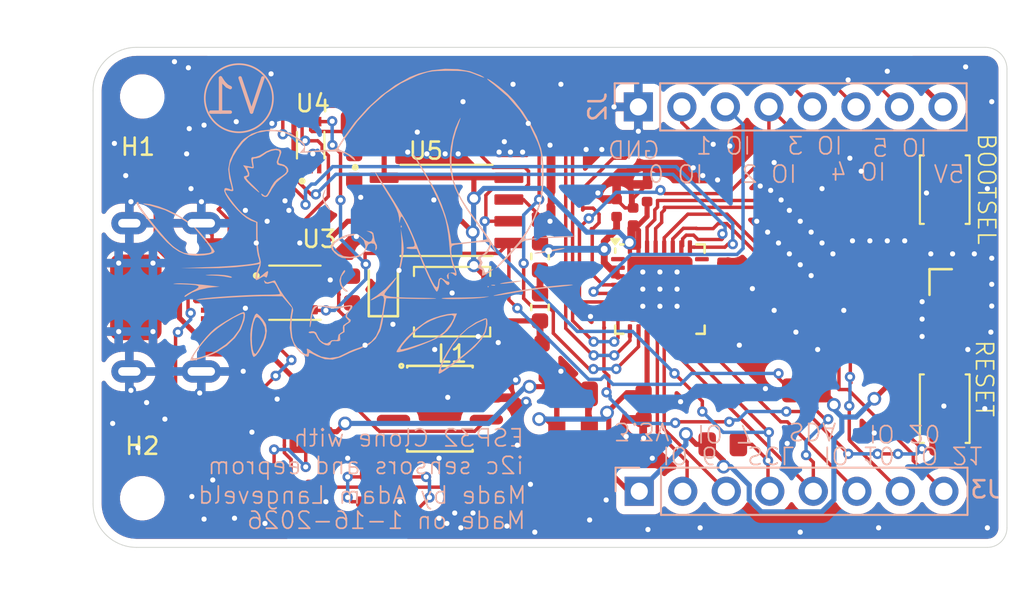
<source format=kicad_pcb>
(kicad_pcb (version 20241229) (generator "pcbnew") (generator_version "9.0")
  (layers (0 "F.Cu" signal) (2 "B.Cu" signal) (13 "F.Paste" user) (15 "B.Paste" user) (5 "F.SilkS" user "F.Silkscreen") (7 "B.SilkS" user "B.Silkscreen") (1 "F.Mask" user) (3 "B.Mask" user) (25 "Edge.Cuts" user))
  (net 0 "")
  (net 1 "GND")
  (net 2 "/5V")
  (net 3 "Net-(U1-COMP)")
  (net 4 "Net-(C3-Pad2)")
  (net 5 "Net-(U1-SS)")
  (net 6 "Net-(U1-BOOT)")
  (net 7 "/3.3V")
  (net 8 "Net-(C9-Pad2)")
  (net 9 "Net-(C14-Pad2)")
  (net 10 "Net-(U2-XTAL_N)")
  (net 11 "/CHIP_EN")
  (net 12 "Net-(U4-DVI)")
  (net 13 "/USB-C D+")
  (net 15 "/USB-C D-")
  (net 17 "Net-(J1-CC2)")
  (net 18 "Net-(J1-CC1)")
  (net 19 "/GPIO 2")
  (net 20 "/GPIO 1")
  (net 21 "/GPIO 5")
  (net 22 "/GPIO 4")
  (net 23 "/GPIO 0")
  (net 24 "/GPIO 3")
  (net 25 "/GPIO 6")
  (net 26 "/GPIO 21")
  (net 27 "/GPIO 20")
  (net 28 "/SDA")
  (net 29 "/GPIO 7")
  (net 30 "/GPIO 10")
  (net 31 "/SCL")
  (net 32 "Net-(L2-Pad2)")
  (net 33 "Net-(L3-Pad2)")
  (net 34 "Net-(L4-Pad2)")
  (net 35 "Net-(R1-Pad2)")
  (net 36 "Net-(U1-VSENSE)")
  (net 37 "Net-(R3-Pad2)")
  (net 38 "Net-(U2-XTAL_P)")
  (net 39 "/USB D-")
  (net 40 "/USB D+")
  (net 41 "Net-(S2-A)")
  (net 54 "/PRE3.3V")
  (footprint "PCM_JLCPCB:C_0402" (layer "F.Cu") (at 91.694 41.148 180)
    (property "Reference" "C3" (hide yes))
    (property "Value" "1nF")
  )
  (footprint "PCM_JLCPCB:C_0603" (layer "F.Cu") (at 90.805 21.59 90)
    (property "Reference" "C18" (hide yes))
    (property "Value" "100nF")
  )
  (footprint "MountingHole:MountingHole_2.1mm" (layer "F.Cu") (at 78.4352 17.4752)
    (property "Reference" "H1")
    (property "Value" "MountingHole")
  )
  (footprint "PCM_JLCPCB:R_0402" (layer "F.Cu") (at 88.265 40.64 -90)
    (property "Reference" "R2" (hide yes))
    (property "Value" "3.3kΩ" (hide yes))
  )
  (footprint "PCM_JLCPCB:C_0805" (layer "F.Cu") (at 98.6028 40.5892 180)
    (property "Reference" "C22" (hide yes))
    (property "Value" "22uF")
  )
  (footprint "PCM_JLCPCB:L_0603" (layer "F.Cu") (at 101.6508 29.7968 90)
    (property "Reference" "L2" (hide yes))
    (property "Value" "1nH, 25V")
  )
  (footprint "PCM_JLCPCB:C_0805" (layer "F.Cu") (at 89.916 34.036)
    (property "Reference" "C1" (hide yes))
    (property "Value" "22uF")
  )
  (footprint "24LC1025-I_SM:SOIC127P794X202-8N" (layer "F.Cu") (at 96.1938 24.13)
    (property "Reference" "U5")
    (property "Value" "24LC1025-I_SM")
  )
  (footprint "PCM_JLCPCB:C_0603" (layer "F.Cu") (at 107.696 35.56 90)
    (property "Reference" "C7" (hide yes))
    (property "Value" "100nF")
  )
  (footprint "PCM_JLCPCB:C_0402" (layer "F.Cu") (at 90.932 37.846)
    (property "Reference" "C4" (hide yes))
    (property "Value" "6.8nF")
  )
  (footprint "PCM_JLCPCB:QFN-32-1EP_5x5mm_P0.5mm_EP3.7x3.7mm_ThermalVias" (layer "F.Cu") (at 108.6496 28.73)
    (property "Reference" "U2" (hide yes))
    (property "Value" "ESP32-C3FH4")
  )
  (footprint "BH1750FVI-TR:XDCR_BH1750FVI-TR" (layer "F.Cu") (at 88.265 20.32 90)
    (property "Reference" "U4")
    (property "Value" "BH1750FVI-TR")
  )
  (footprint "PCM_JLCPCB:R_0805" (layer "F.Cu") (at 91.44 19.05)
    (property "Reference" "R15" (hide yes))
    (property "Value" "4.7kΩ")
  )
  (footprint "PCM_JLCPCB:C_0603" (layer "F.Cu") (at 121.8184 33.1724)
    (property "Reference" "C15" (hide yes))
    (property "Value" "10uF")
  )
  (footprint "PCM_JLCPCB:C_0402" (layer "F.Cu") (at 86.36 39.624 -90)
    (property "Reference" "C2" (hide yes))
    (property "Value" "10pF")
  )
  (footprint "PCM_JLCPCB:R_0805" (layer "F.Cu") (at 117.1956 34.6456)
    (property "Reference" "R8" (hide yes))
    (property "Value" "4.7kΩ")
  )
  (footprint "PCM_JLCPCB:R_0805" (layer "F.Cu") (at 120.2944 28.3464 180)
    (property "Reference" "R10" (hide yes))
    (property "Value" "0Ω")
  )
  (footprint "PCM_JLCPCB:D_SOD-323" (layer "F.Cu") (at 92.5068 28.702 90)
    (property "Reference" "D1" (hide yes))
    (property "Value" "B5818WS")
  )
  (footprint "PCM_JLCPCB:C_0603" (layer "F.Cu") (at 90.678 28.7528 90)
    (property "Reference" "C5" (hide yes))
    (property "Value" "100nF")
  )
  (footprint "PCM_JLCPCB:C_0805" (layer "F.Cu") (at 103.5304 38.9636)
    (property "Reference" "C20" (hide yes))
    (property "Value" "22uF")
  )
  (footprint "PCM_JLCPCB:SOIC-8_L5.0-W4.0-P1.27-LS6.0-BL" (layer "F.Cu") (at 95.8088 35.7124 -90)
    (property "Reference" "U1" (hide yes))
    (property "Value" "TPS54331DR")
  )
  (footprint "PCM_JLCPCB:TYPE-C-SMD_HX-TYPE-C-16PIN" (layer "F.Cu") (at 80.0608 29.21 -90)
    (property "Reference" "J1" (hide yes))
    (property "Value" "Connector, USB-TYPE-C-16P")
  )
  (footprint "PCM_JLCPCB:R_0805" (layer "F.Cu") (at 87.7316 36.8808 90)
    (property "Reference" "R1" (hide yes))
    (property "Value" "30kΩ")
  )
  (footprint "PCM_JLCPCB:R_0805" (layer "F.Cu") (at 92.5576 39.2684 180)
    (property "Reference" "R5" (hide yes))
    (property "Value" "820Ω")
  )
  (footprint "AHT20:PSON100P300X300X110-6N" (layer "F.Cu") (at 87.345 28.94)
    (property "Reference" "U3")
    (property "Value" "AHT20")
  )
  (footprint "PCM_JLCPCB:SW_TS-1088-AR02016" (layer "F.Cu") (at 125.2728 22.9186 -90)
    (property "Reference" "S2" (hide yes))
    (property "Value" "Tactile Button, 160gf")
  )
  (footprint "PCM_JLCPCB:C_0603" (layer "F.Cu") (at 122.936 28.956 90)
    (property "Reference" "C14" (hide yes))
    (property "Value" "1uF")
  )
  (footprint "PCM_JLCPCB:C_0805" (layer "F.Cu") (at 121.5136 31.5468)
    (property "Reference" "C19" (hide yes))
    (property "Value" "4.7uF")
  )
  (footprint "PCM_JLCPCB:C_0402" (layer "F.Cu") (at 107.8992 23.114 -90)
    (property "Reference" "C13" (hide yes))
    (property "Value" "10nF")
  )
  (footprint "PCM_JLCPCB:R_0805" (layer "F.Cu") (at 83.185 21.59 90)
    (property "Reference" "R11" (hide yes))
    (property "Value" "22Ω")
  )
  (footprint "PCM_JLCPCB:R_0805" (layer "F.Cu") (at 83.82 40.026 -90)
    (property "Reference" "R6" (hide yes))
    (property "Value" "5.1kΩ")
  )
  (footprint "PCM_JLCPCB:C_0603" (layer "F.Cu") (at 88.4936 31.3944)
    (property "Reference" "C17" (hide yes))
    (property "Value" "100nF")
  )
  (footprint "PCM_JLCPCB:OSC-SMD_4P-L3.2-W2.5-BL_SIT8008BI" (layer "F.Cu") (at 125.984 29.5656 -90)
    (property "Reference" "X1" (hide yes))
    (property "Value" "40MHz, 15pF")
  )
  (footprint "PCM_JLCPCB:C_0603" (layer "F.Cu") (at 127.635 37.592 90)
    (property "Reference" "C16" (hide yes))
    (property "Value" "1uF")
  )
  (footprint "PCM_JLCPCB:C_0603" (layer "F.Cu") (at 100.9904 31.9024)
    (property "Reference" "C10" (hide yes))
    (property "Value" "10uF")
  )
  (footprint "PCM_JLCPCB:C_0402" (layer "F.Cu") (at 107.0864 24.4856 90)
    (property "Reference" "C12" (hide yes))
    (property "Value" "1uF")
  )
  (footprint "JLCPCBExtended:IND_SRP4020TA-4R7M" (layer "F.Cu") (at 96.52 29.464)
    (property "Reference" "L1")
    (property "Value" "Inductor, SMD, 4.7 uH, 3.5 A, 20%")
  )
  (footprint "PCM_JLCPCB:L_0402" (layer "F.Cu") (at 120.4468 26.7716 180)
    (property "Reference" "L4" (hide yes))
    (property "Value" "10nH,300mA")
  )
  (footprint "PCM_JLCPCB:R_0805" (layer "F.Cu") (at 112.3188 37.7952)
    (property "Reference" "R9" (hide yes))
    (property "Value" "4.7kΩ")
  )
  (footprint "PCM_JLCPCB:R_0402" (layer "F.Cu") (at 89.2352 37.5588 90)
    (property "Reference" "R4" (hide yes))
    (property "Value" "200Ω" (hide yes))
  )
  (footprint "PCM_JLCPCB:C_0603" (layer "F.Cu") (at 100.9904 33.1216)
    (property "Reference" "C8" (hide yes))
    (property "Value" "100nF")
  )
  (footprint "PCM_JLCPCB:C_0402" (layer "F.Cu") (at 106.1212 23.995 -90)
    (property "Reference" "C9" (hide yes))
    (property "Value" "1uF")
  )
  (footprint "PCM_JLCPCB:C_0805" (layer "F.Cu") (at 103.5304 40.9956)
    (property "Reference" "C21" (hide yes))
    (property "Value" "22uF")
  )
  (footprint "PCM_JLCPCB:C_0603" (layer "F.Cu") (at 112.4204 29.6164 -90)
    (property "Reference" "C11" (hide yes))
    (property "Value" "100nF")
  )
  (footprint "PCM_JLCPCB:L_0402" (layer "F.Cu") (at 122.428 26.7716 180)
    (property "Reference" "L3" (hide yes))
    (property "Value" "15nH,300mA")
  )
  (footprint "MountingHole:MountingHole_2.1mm" (layer "F.Cu") (at 78.4352 40.9448)
    (property "Reference" "H2")
    (property "Value" "MountingHole")
  )
  (footprint "PCM_JLCPCB:C_0805" (layer "F.Cu") (at 103.5812 36.9316)
    (property "Reference" "C23" (hide yes))
    (property "Value" "22uF")
  )
  (footprint "PCM_JLCPCB:R_0805" (layer "F.Cu") (at 121.645 21.082 180)
    (property "Reference" "R14" (hide yes))
    (property "Value" "150Ω")
  )
  (footprint "PCM_JLCPCB:R_0805" (layer "F.Cu") (at 83.058 36.47 -90)
    (property "Reference" "R7" (hide yes))
    (property "Value" "5.1kΩ")
  )
  (footprint "PCM_JLCPCB:R_0805" (layer "F.Cu") (at 85.09 21.59 90)
    (property "Reference" "R12" (hide yes))
    (property "Value" "22Ω")
  )
  (footprint "PCM_JLCPCB:R_0603" (layer "F.Cu") (at 122.8852 35.306 -90)
    (property "Reference" "R13" (hide yes))
    (property "Value" "10kΩ")
  )
  (footprint "PCM_JLCPCB:R_0402" (layer "F.Cu") (at 89.2352 39.54 90)
    (property "Reference" "R3" (hide yes))
    (property "Value" "10kΩ" (hide yes))
  )
  (footprint "PCM_JLCPCB:L_0603" (layer "F.Cu") (at 101.6508 26.8224 90)
    (property "Reference" "L5" (hide yes))
    (property "Value" "1nH, 25V")
  )
  (footprint "PCM_JLCPCB:SW_TS-1088-AR02016" (layer "F.Cu") (at 125.2728 35.7124 90)
    (property "Reference" "S1" (hide yes))
    (property "Value" "Tactile Button, 160gf")
  )
  (footprint "PCM_JLCPCB:C_0805" (layer "F.Cu") (at 103.5812 34.8488)
    (property "Reference" "C6" (hide yes))
    (property "Value" "22uF")
  )
  (footprint "Connector_PinHeader_2.54mm:PinHeader_1x08_P2.54mm_Vertical" (layer "B.Cu") (at 107.442 40.5384 -90)
    (property "Reference" "J3")
    (property "Value" "Conn_01x08_Pin")
  )
  (footprint "Koala:koala" (layer "B.Cu") (at 90.623222 25.750379 -90)
    (property "Reference" "G***" (hide yes))
    (property "Value" "LOGO" (hide yes))
  )
  (footprint "Connector_PinHeader_2.54mm:PinHeader_1x08_P2.54mm_Vertical" (layer "B.Cu") (at 107.3912 18.0848 -90)
    (property "Reference" "J2")
    (property "Value" "Conn_01x08_Pin")
  )
  (gr_circle (center 84.074 17.5768) (end 84.6836 19.470326) (stroke (width 0.1)) (fill no) (layer "B.SilkS"))
  (gr_arc (start 78.105 43.815) (mid 76.308949 43.071051) (end 75.565 41.275) (stroke (width 0.05)) (layer "Edge.Cuts"))
  (gr_line (start 78.105 43.815) (end 127.762 43.815) (stroke (width 0.05)) (layer "Edge.Cuts"))
  (gr_line (start 75.565 17.145) (end 75.565 41.275) (stroke (width 0.05)) (layer "Edge.Cuts"))
  (gr_line (start 128.905 42.672) (end 128.905 15.875) (stroke (width 0.05)) (layer "Edge.Cuts"))
  (gr_arc (start 75.565 17.145) (mid 76.308949 15.348949) (end 78.105 14.605) (stroke (width 0.05)) (layer "Edge.Cuts"))
  (gr_arc (start 128.905 42.672) (mid 128.570223 43.480223) (end 127.762 43.815) (stroke (width 0.05)) (layer "Edge.Cuts"))
  (gr_line (start 127.635 14.605) (end 78.105 14.605) (stroke (width 0.05)) (layer "Edge.Cuts"))
  (gr_arc (start 127.635 14.605) (mid 128.533026 14.976974) (end 128.905 15.875) (stroke (width 0.05)) (layer "Edge.Cuts"))
  (gr_text "BOOTSEL" (at 127.127 19.558 270) (layer "F.SilkS") (effects (font (size 1 1) (thickness 0.1)) (justify left bottom)))
  (gr_text "RESET" (at 127 31.623 270) (layer "F.SilkS") (effects (font (size 1 1) (thickness 0.1)) (justify left bottom)))
  (gr_text "GND" (at 108.712 21.209 0) (layer "B.SilkS") (effects (font (size 1 1) (thickness 0.1)) (justify left bottom mirror)))
  (gr_text "IO 4" (at 121.92 22.479 0) (layer "B.SilkS") (effects (font (size 1 1) (thickness 0.1)) (justify left bottom mirror)))
  (gr_text "IO 21\n" (at 123.317 37.846 180) (layer "B.SilkS") (effects (font (size 1 1) (thickness 0.1)) (justify left bottom mirror)))
  (gr_text "IO 10" (at 118.11 37.846 180) (layer "B.SilkS") (effects (font (size 1 1) (thickness 0.1)) (justify left bottom mirror)))
  (gr_text "IO 5" (at 124.333 21.082 0) (layer "B.SilkS") (effects (font (size 1 1) (thickness 0.1)) (justify left bottom mirror)))
  (gr_text "ESP32 Clone with \ni2c sensors and eeprom" (at 100.7872 39.624 0) (layer "B.SilkS") (effects (font (size 1 1) (thickness 0.1)) (justify left bottom mirror)))
  (gr_text "IO 20" (at 120.777 36.576 180) (layer "B.SilkS") (effects (font (size 1 1) (thickness 0.1)) (justify left bottom mirror)))
  (gr_text "Made on 1-16-2026" (at 100.8888 42.8244 0) (layer "B.SilkS") (effects (font (size 1 1) (thickness 0.1)) (justify left bottom mirror)))
  (gr_text "V1" (at 85.8012 18.6436 0) (layer "B.SilkS") (effects (font (size 2 2) (thickness 0.2)) (justify left bottom mirror)))
  (gr_text "Made by Adam Langeveld" (at 100.9396 41.3512 0) (layer "B.SilkS") (effects (font (size 1 1) (thickness 0.1)) (justify left bottom mirror)))
  (gr_text "5V\n" (at 126.492 22.606 0) (layer "B.SilkS") (effects (font (size 1 1) (thickness 0.1)) (justify left bottom mirror)))
  (gr_text "IO 6\n" (at 108.712 37.846 180) (layer "B.SilkS") (effects (font (size 1 1) (thickness 0.1)) (justify left bottom mirror)))
  (gr_text "IO 7" (at 110.744 36.576 180) (layer "B.SilkS") (effects (font (size 1 1) (thickness 0.1)) (justify left bottom mirror)))
  (gr_text "IO 3\n" (at 119.38 20.955 0) (layer "B.SilkS") (effects (font (size 1 1) (thickness 0.1)) (justify left bottom mirror)))
  (gr_text "IO 0\n" (at 111.252 22.606 0) (layer "B.SilkS") (effects (font (size 1 1) (thickness 0.1)) (justify left bottom mirror)))
  (gr_text "IO 1\n" (at 114.046 20.955 0) (layer "B.SilkS") (effects (font (size 1 1) (thickness 0.1)) (justify left bottom mirror)))
  (gr_text "IO 2" (at 116.713 22.606 0) (layer "B.SilkS") (effects (font (size 1 1) (thickness 0.1)) (justify left bottom mirror)))
  (gr_text "SDA" (at 116.078 36.449 180) (layer "B.SilkS") (effects (font (size 1 1) (thickness 0.1)) (justify left bottom mirror)))
  (gr_text "SCL" (at 113.665 37.846 180) (layer "B.SilkS") (effects (font (size 1 1) (thickness 0.1)) (justify left bottom mirror)))
  (gr_text "3.3V" (at 105.918 36.449 180) (layer "B.SilkS") (effects (font (size 1 1) (thickness 0.1)) (justify left bottom mirror)))
  (segment (start 82.51 25.56) (end 81.83 24.88) (width 0.2) (layer "F.Cu") (net 1))
  (segment (start 107.0864 23.9856) (end 106.6118 23.9856) (width 0.2) (layer "F.Cu") (net 1))
  (segment (start 99.8338 23.495) (end 100.678799 23.495) (width 0.2) (layer "F.Cu") (net 1))
  (segment (start 102.235 23.851364) (end 102.235 24.765) (width 0.4) (layer "F.Cu") (net 1))
  (segment (start 106.6118 23.9856) (end 106.1212 23.495) (width 0.2) (layer "F.Cu") (net 1))
  (segment (start 121.0384 33.1724) (end 121.0384 32.0216) (width 0.2) (layer "F.Cu") (net 1))
  (segment (start 90.998 32.004) (end 91.44 32.004) (width 0.2) (layer "F.Cu") (net 1))
  (segment (start 102.301 23.204636) (end 102.301 23.785364) (width 0.4) (layer "F.Cu") (net 1))
  (segment (start 90.805 22.987) (end 91.186 23.368) (width 0.2) (layer "F.Cu") (net 1))
  (segment (start 101.948799 24.765) (end 102.235 24.765) (width 0.2) (layer "F.Cu") (net 1))
  (segment (start 90.432 38.6) (end 90.424 38.608) (width 0.2) (layer "F.Cu") (net 1))
  (segment (start 82.51 32.41) (end 83.21 32.41) (width 0.2) (layer "F.Cu") (net 1))
  (segment (start 120.5636 31.1556) (end 119.38 29.972) (width 0.2) (layer "F.Cu") (net 1))
  (segment (start 107.0864 23.9856) (end 107.0864 23.4268) (width 0.2) (layer "F.Cu") (net 1))
  (segment (start 124.1376 30.6656) (end 123.952 30.48) (width 0.2) (layer "F.Cu") (net 1))
  (segment (start 126.834 28.4656) (end 126.834 26.836) (width 0.2) (layer "F.Cu") (net 1))
  (segment (start 121.0384 32.0216) (end 120.5636 31.5468) (width 0.2) (layer "F.Cu") (net 1))
  (segment (start 126.834 26.836) (end 127 26.67) (width 0.2) (layer "F.Cu") (net 1))
  (segment (start 90.432 37.846) (end 90.432 38.6) (width 0.2) (layer "F.Cu") (net 1))
  (segment (start 104.5312 34.8488) (end 103.2104 33.528) (width 0.2) (layer "F.Cu") (net 1))
  (segment (start 83.21 32.41) (end 84.328 33.528) (width 0.2) (layer "F.Cu") (net 1))
  (segment (start 100.2104 33.1216) (end 100.2104 34.018) (width 0.2) (layer "F.Cu") (net 1))
  (segment (start 102.235 20.32) (end 102.235 23.138636) (width 0.4) (layer "F.Cu") (net 1))
  (segment (start 100.678799 23.495) (end 101.948799 24.765) (width 0.2) (layer "F.Cu") (net 1))
  (segment (start 90.805 22.37) (end 90.805 22.987) (width 0.2) (layer "F.Cu") (net 1))
  (segment (start 88.765 21.695) (end 88.765 21.201) (width 0.2) (layer "F.Cu") (net 1))
  (segment (start 103.2104 33.528) (end 102.87 33.528) (width 0.2) (layer "F.Cu") (net 1))
  (segment (start 88.765 21.201) (end 88.392 20.828) (width 0.2) (layer "F.Cu") (net 1))
  (segment (start 107.0864 23.4268) (end 107.8992 22.614) (width 0.2) (layer "F.Cu") (net 1))
  (segment (start 89.408 28.194) (end 88.662 28.94) (width 0.2) (layer "F.Cu") (net 1))
  (segment (start 110.5916 21.6408) (end 110.2868 21.6408) (width 0.2) (layer "F.Cu") (net 1))
  (segment (start 100.2104 33.1216) (end 100.2104 32.8496) (width 0.2) (layer "F.Cu") (net 1))
  (segment (start 100.2104 34.018) (end 100.2284 34.036) (width 0.2) (layer "F.Cu") (net 1))
  (segment (start 102.235 23.138636) (end 102.301 23.204636) (width 0.4) (layer "F.Cu") (net 1))
  (segment (start 126.834 28.4656) (end 127.9984 28.4656) (width 0.2) (layer "F.Cu") (net 1))
  (segment (start 88.966 34.036) (end 90.998 32.004) (width 0.2) (layer "F.Cu") (net 1))
  (segment (start 127.9984 28.4656) (end 128.016 28.448) (width 0.2) (layer "F.Cu") (net 1))
  (segment (start 88.662 28.94) (end 88.33 28.94) (width 0.2) (layer "F.Cu") (net 1))
  (segment (start 120.5636 31.5468) (end 120.5636 31.1556) (width 0.2) (layer "F.Cu") (net 1))
  (segment (start 100.2104 32.8496) (end 99.2124 31.8516) (width 0.2) (layer "F.Cu") (net 1))
  (segment (start 125.134 30.6656) (end 124.1376 30.6656) (width 0.2) (layer "F.Cu") (net 1))
  (segment (start 82.51 26.01) (end 82.51 25.56) (width 0.2) (layer "F.Cu") (net 1))
  (segment (start 102.301 23.785364) (end 102.235 23.851364) (width 0.4) (layer "F.Cu") (net 1))
  (via (at 100.33 37.846) (size 0.6) (drill 0.3) (layers "F.Cu" "B.Cu") (net 1))
  (via (at 100.2284 34.036) (size 0.6) (drill 0.3) (layers "F.Cu" "B.Cu") (net 1))
  (via (at 107.95 42.7736) (size 0.6) (drill 0.3) (layers "F.Cu" "B.Cu") (net 1))
  (via (at 93.0656 30.7848) (size 0.6) (drill 0.3) (layers "F.Cu" "B.Cu") (net 1))
  (via (at 93.9292 20.7264) (size 0.6) (drill 0.3) (layers "F.Cu" "B.Cu") (net 1))
  (via (at 97.7392 41.8084) (size 0.6) (drill 0.3) (layers "F.Cu" "B.Cu") (net 1))
  (via (at 116.84 24.765) (size 0.6) (drill 0.3) (layers "F.Cu" "B.Cu") (net 1))
  (via (at 128.016 17.78) (size 0.6) (drill 0.3) (layers "F.Cu" "B.Cu") (net 1))
  (via (at 127 26.67) (size 0.6) (drill 0.3) (layers "F.Cu" "B.Cu") (net 1))
  (via (at 104.5464 42.2148) (size 0.6) (drill 0.3) (layers "F.Cu" "B.Cu") (net 1))
  (via (at 83.82 42.1132) (size 0.6) (drill 0.3) (layers "F.Cu" "B.Cu") (net 1))
  (via (at 82.042 19.1516) (size 0.6) (drill 0.3) (layers "F.Cu" "B.Cu") (net 1))
  (via (at 121.158 37.1348) (size 0.6) (drill 0.3) (layers "F.Cu" "B.Cu") (net 1))
  (via (at 125.222 35.56) (size 0.6) (drill 0.3) (layers "F.Cu" "B.Cu") (net 1))
  (via (at 78.6892 35.3568) (size 0.6) (drill 0.3) (layers "F.Cu" "B.Cu") (net 1))
  (via (at 116.205 24.13) (size 0.6) (drill 0.3) (layers "F.Cu" "B.Cu") (net 1))
  (via (at 90.424 38.608) (size 0.6) (drill 0.3) (layers "F.Cu" "B.Cu") (net 1))
  (via (at 89.408 28.194) (size 0.6) (drill 0.3) (layers "F.Cu" "B.Cu") (net 1))
  (via (at 114.808 34.544) (size 0.6) (drill 0.3) (layers "F.Cu" "B.Cu") (net 1))
  (via (at 99.2632 20.7264) (size 0.6) (drill 0.3) (layers "F.Cu" "B.Cu") (net 1))
  (via (at 85.09 26.035) (size 0.6) (drill 0.3) (layers "F.Cu" "B.Cu") (net 1))
  (via (at 88.392 20.828) (size 0.6) (drill 0.3) (layers "F.Cu" "B.Cu") (net 1))
  (via (at 104.3432 20.574) (size 0.6) (drill 0.3) (layers "F.Cu" "B.Cu") (net 1))
  (via (at 100.965 19.05) (size 0.6) (drill 0.3) (layers "F.Cu" "B.Cu") (net 1))
  (via (at 81.026 20.828) (size 0.6) (drill 0.3) (layers "F.Cu" "B.Cu") (net 1))
  (via (at 105.9688 18.0848) (size 0.6) (drill 0.3) (layers "F.Cu" "B.Cu") (net 1))
  (via (at 119.7356 21.082) (size 0.6) (drill 0.3) (layers "F.Cu" "B.Cu") (net 1))
  (via (at 77.7748 34.6456) (size 0.6) (drill 0.3) (layers "F.Cu" "B.Cu") (net 1))
  (via (at 78.1812 37.9984) (size 0.6) (drill 0.3) (layers "F.Cu" "B.Cu") (net 1))
  (via (at 119.634 16.51) (size 0.6) (drill 0.3) (layers "F.Cu" "B.Cu") (net 1))
  (via (at 84.455 24.13) (size 0.6) (drill 0.3) (layers "F.Cu" "B.Cu") (net 1))
  (via (at 95.504 32.258) (size 0.6) (drill 0.3) (layers "F.Cu" "B.Cu") (net 1))
  (via (at 118.745 26.67) (size 0.6) (drill 0.3) (layers "F.Cu" "B.Cu") (net 1))
  (via (at 99.568 20.1168) (size 0.6) (drill 0.3) (layers "F.Cu" "B.Cu") (net 1))
  (via (at 128.016 26.924) (size 0.6) (drill 0.3) (layers "F.Cu" "B.Cu") (net 1))
  (via (at 76.8096 20.2184) (size 0.6) (drill 0.3) (layers "F.Cu" "B.Cu") (net 1))
  (via (at 116.205 26.67) (size 0.6) (drill 0.3) (layers "F.Cu" "B.Cu") (net 1))
  (via (at 108.204 38.608) (size 0.6) (drill 0.3) (layers "F.Cu" "B.Cu") (net 1))
  (via (at 119.38 29.972) (size 0.6) (drill 0.3) (layers "F.Cu" "B.Cu") (net 1))
  (via (at 128.016 29.718) (size 0.6) (drill 0.3) (layers "F.Cu" "B.Cu") (net 1))
  (via (at 126.619 32.258) (size 0.6) (drill 0.3) (layers "F.Cu" "B.Cu") (net 1))
  (via (at 93.4212 27.6352) (size 0.6) (drill 0.3) (layers "F.Cu" "B.Cu") (net 1))
  (via (at 96.6724 41.8084) (size 0.6) (drill 0.3) (layers "F.Cu" "B.Cu") (net 1))
  (via (at 94.488 19.558) (size 0.6) (drill 0.3) (layers "F.Cu" "B.Cu") (net 1))
  (via (at 83.9216 18.9484) (size 0.6) (drill 0.3) (layers "F.Cu" "B.Cu") (net 1))
  (via (at 111.76 20.2692) (size 0.6) (drill 0.3) (layers "F.Cu" "B.Cu") (net 1))
  (via (at 118.11 22.86) (size 0.6) (drill 0.3) (layers "F.Cu" "B.Cu") (net 1))
  (via (at 105.5116 41.0464) (size 0.6) (drill 0.3) (layers "F.Cu" "B.Cu") (net 1))
  (via (at 84.328 33.528) (size 0.6) (drill 0.3) (layers "F.Cu" "B.Cu") (net 1))
  (via (at 96.2152 42.418) (size 0.6) (drill 0.3) (layers "F.Cu" "B.Cu") (net 1))
  (via (at 87.63 26.035) (size 0.6) (drill 0.3) (layers "F.Cu" "B.Cu") (net 1))
  (via (at 116.078 37.7444) (size 0.6) (drill 0.3) (layers "F.Cu" "B.Cu") (net 1))
  (via (at 117.475 25.4) (size 0.6) (drill 0.3) (layers "F.Cu" "B.Cu") (net 1))
  (via (at 124.206 23.114) (size 0.6) (drill 0.3) (layers "F.Cu" "B.Cu") (net 1))
  (via (at 102.87 33.528) (size 0.6) (drill 0.3) (layers "F.Cu" "B.Cu") (net 1))
  (via (at 127.762 22.86) (size 0.6) (drill 0.3) (layers "F.Cu" "B.Cu") (net 1))
  (via (at 100.6348 20.7264) (size 0.6) (drill 0.3) (layers "F.Cu" "B.Cu") (net 1))
  (via (at 115.7224 23.5204) (size 0.6) (drill 0.3) (layers "F.Cu" "B.Cu") (net 1))
  (via (at 121.92 25.908) (size 0.6) (drill 0.3) (layers "F.Cu" "B.Cu") (net 1))
  (via (at 115.316 21.336) (size 0.6) (drill 0.3) (layers "F.Cu" "B.Cu") (net 1))
  (via (at 82.042 42.164) (size 0.6) (drill 0.3) (layers "F.Cu" "B.Cu") (net 1))
  (via (at 96.1136 20.828) (size 0.6) (drill 0.3) (layers "F.Cu" "B.Cu") (net 1))
  (via (at 120.396 21.844) (size 0.6) (drill 0.3) (layers "F.Cu" "B.Cu") (net 1))
  (via (at 96.266 35.052) (size 0.6) (drill 0.3) (layers "F.Cu" "B.Cu") (net 1))
  (via (at 117.856 32.258) (size 0.6) (drill 0.3) (layers "F.Cu" "B.Cu") (net 1))
  (via (at 112.7252 20.3708) (size 0.6) (drill 0.3) (layers "F.Cu" "B.Cu") (net 1))
  (via (at 106.68 37.338) (size 0.6) (drill 0.3) (layers "F.Cu" "B.Cu") (net 1))
  (via (at 110.998 42.672) (size 0.6) (drill 0.3) (layers "F.Cu" "B.Cu") (net 1))
  (via (at 113.284 32.004) (size 0.6) (drill 0.3) (layers "F.Cu" "B.Cu") (net 1))
  (via (at 117.475 27.94) (size 0.6) (drill 0.3) (layers "F.Cu" "B.Cu") (net 1))
  (via (at 85.9536 16.1544) (size 0.6) (drill 0.3) (layers "F.Cu" "B.Cu") (net 1))
  (via (at 111.1504 22.098) (size 0.6) (drill 0.3) (layers "F.Cu" "B.Cu") (net 1))
  (via (at 95.4532 23.5204) (size 0.6) (drill 0.3) (layers "F.Cu" "B.Cu") (net 1))
  (via (at 101.346 42.926) (size 0.6) (drill 0.3) (layers "F.Cu" "B.Cu") (net 1))
  (via (at 110.5916 21.6408) (size 0.6) (drill 0.3) (layers "F.Cu" "B.Cu") (net 1))
  (via (at 86.0044 19.05) (size 0.6) (drill 0.3) (layers "F.Cu" "B.Cu") (net 1))
  (via (at 96.52 28.956) (size 0.6) (drill 0.3) (layers "F.Cu" "B.Cu") (net 1))
  (via (at 115.316 29.972) (size 0.6) (drill 0.3) (layers "F.Cu" "B.Cu") (net 1))
  (via (at 121.92 16.002) (size 0.6) (drill 0.3) (layers "F.Cu" "B.Cu") (net 1))
  (via (at 119.888 25.908) (size 0.6) (drill 0.3) (layers "F.Cu" "B.Cu") (net 1))
  (via (at 112.014 22.352) (size 0.6) (drill 0.3) (layers "F.Cu" "B.Cu") (net 1))
  (via (at 122.936 25.908) (size 0.6) (drill 0.3) (layers "F.Cu" "B.Cu") (net 1))
  (via (at 123.952 29.464) (size 0.6) (drill 0.3) (layers "F.Cu" "B.Cu") (net 1))
  (via (at 82.55 39.878) (size 0.6) (drill 0.3) (layers "F.Cu" "B.Cu") (net 1))
  (via (at 105.2576 20.574) (size 0.6) (drill 0.3) (layers "F.Cu" "B.Cu") (net 1))
  (via (at 77.47 22.098) (size 0.6) (drill 0.3) (layers "F.Cu" "B.Cu") (net 1))
  (via (at 81.1276 15.7988) (size 0.6) (drill 0.3) (layers "F.Cu" "B.Cu") (net 1))
  (via (at 121.412 42.672) (size 0.6) (drill 0.3) (layers "F.Cu" "B.Cu") (net 1))
  (via (at 116.586 31.242) (size 0.6) (drill 0.3) (layers "F.Cu" "B.Cu") (net 1))
  (via (at 81.1784 19.3548) (size 0.6) (drill 0.3) (layers "F.Cu" "B.Cu") (net 1))
  (via (at 101.092 40.132) (size 0.6) (drill 0.3) (layers "F.Cu" "B.Cu") (net 1))
  (via (at 115.57 26.035) (size 0.6) (drill 0.3) (layers "F.Cu" "B.Cu") (net 1))
  (via (at 102.235 20.32) (size 0.6) (drill 0.3) (layers "F.Cu" "B.Cu") (net 1))
  (via (at 81.788 34.798) (size 0.6) (drill 0.3) (layers "F.Cu" "B.Cu") (net 1))
  (via (at 99.2124 31.8516) (size 0.6) (drill 0.3) (layers "F.Cu" "B.Cu") (net 1))
  (via (at 100.076 16.764) (size 0.6) (drill 0.3) (layers "F.Cu" "B.Cu") (net 1))
  (via (at 127.6096 35.7124) (size 0.6) (drill 0.3) (layers "F.Cu" "B.Cu") (net 1))
  (via (at 79.756 36.322) (size 0.6) (drill 0.3) (layers "F.Cu" "B.Cu") (net 1))
  (via (at 77.7748 23.622) (size 0.6) (drill 0.3) (layers "F.Cu" "B.Cu") (net 1))
  (via (at 123.952 30.48) (size 0.6) (drill 0.3) (layers "F.Cu" "B.Cu") (net 1))
  (via (at 86.995 24.13) (size 0.6) (drill 0.3) (layers "F.Cu" "B.Cu") (net 1))
  (via (at 115.1128 22.9616) (size 0.6) (drill 0.3) (layers "F.Cu" "B.Cu") (net 1))
  (via (at 125.73 26.67) (size 0.6) (drill 0.3) (layers "F.Cu" "B.Cu") (net 1))
  (via (at 86.7664 23.5712) (size 0.6) (drill 0.3) (layers "F.Cu" "B.Cu") (net 1))
  (via (at 89.154 41.148) (size 0.6) (drill 0.3) (layers "F.Cu" "B.Cu") (net 1))
  (via (at 84.455 29.845) (size 0.6) (drill 0.3) (layers "F.Cu" "B.Cu") (net 1))
  (via (at 109.855 35.306) (size 0.6) (drill 0.3) (layers "F.Cu" "B.Cu") (net 1))
  (via (at 81.8896 23.622) (size 0.6) (drill 0.3) (layers "F.Cu" "B.Cu") (net 1))
  (via (at 123.952 31.496) (size 0.6) (drill 0.3) (layers "F.Cu" "B.Cu") (net 1))
  (via (at 80.3148 15.4432) (size 0.6) (drill 0.3) (layers "F.Cu" "B.Cu") (net 1))
  (via (at 114.3 24.765) (size 0.6) (drill 0.3) (layers "F.Cu" "B.Cu") (net 1))
  (via (at 116.84 42.926) (size 0.6) (drill 0.3) (layers "F.Cu" "B.Cu") (net 1))
  (via (at 85.598 42.418) (size 0.6) (drill 0.3) (layers "F.Cu" "B.Cu") (net 1))
  (via (at 99.7204 42.5704) (size 0.6) (drill 0.3) (layers "F.Cu" "B.Cu") (net 1))
  (via (at 114.935 25.4) (size 0.6) (drill 0.3) (layers "F.Cu" "B.Cu") (net 1))
  (via (at 120.904 25.908) (size 0.6) (drill 0.3) (layers "F.Cu" "B.Cu") (net 1))
  (via (at 127.9652 31.242) (size 0.6) (drill 0.3) (layers "F.Cu" "B.Cu") (net 1))
  (via (at 107.3912 19.5072) (size 0.6) (drill 0.3) (layers "F.Cu" "B.Cu") (net 1))
  (via (at 118.11 26.035) (size 0.6) (drill 0.3) (layers "F.Cu" "B.Cu") (net 1))
  (via (at 76.708 36.576) (size 0.6) (drill 0.3) (layers "F.Cu" "B.Cu") (net 1))
  (via (at 95.0468 20.828) (size 0.6) (drill 0.3) (layers "F.Cu" "B.Cu") (net 1))
  (via (at 93.472 41.148) (size 0.6) (drill 0.3) (layers "F.Cu" "B.Cu") (net 1))
  (via (at 104.5972 30.3276) (size 0.6) (drill 0.3) (layers "F.Cu" "B.Cu") (net 1))
  (via (at 116.84 27.305) (size 0.6) (drill 0.3) (layers "F.Cu" "B.Cu") (net 1))
  (via (at 98.044 31.496) (size 0.6) (drill 0.3) (layers "F.Cu" "B.Cu") (net 1))
  (via (at 97.028 42.672) (size 0.6) (drill 0.3) (layers "F.Cu" "B.Cu") (net 1))
  (via (at 84.836 37.084) (size 0.6) (drill 0.3) (layers "F.Cu" "B.Cu") (net 1))
  (via (at 90.932 25.654) (size 0.6) (drill 0.3) (layers "F.Cu" "B.Cu") (net 1))
  (via (at 127.762 42.672) (size 0.6) (drill 0.3) (layers "F.Cu" "B.Cu") (net 1))
  (via (at 81.28 22.86) (size 0.6) (drill 0.3) (layers "F.Cu" "B.Cu") (net 1))
  (via (at 126.492 15.748) (size 0.6) (drill 0.3) (layers "F.Cu" "B.Cu") (net 1))
  (via (at 99.9236 20.7264) (size 0.6) (drill 0.3) (layers "F.Cu" "B.Cu") (net 1))
  (via (at 114.5032 22.7076) (size 0.6) (drill 0.3) (layers "F.Cu" "B.Cu") (net 1))
  (via (at 95.758 42.1132) (size 0.6) (drill 0.3) (layers "F.Cu" "B.Cu") (net 1))
  (via (at 91.44 32.004) (size 0.6) (drill 0.3) (layers "F.Cu" "B.Cu") (net 1))
  (via (at 97.155 17.78) (size 0.6) (drill 0.3) (layers "F.Cu" "B.Cu") (net 1))
  (via (at 86.3092 35.1536) (size 0.6) (drill 0.3) (layers "F.Cu" "B.Cu") (net 1))
  (via (at 95.758 38.608) (size 0.6) (drill 0.3) (layers "F.Cu" "B.Cu") (net 1))
  (via (at 100.838 35.306) (size 0.6) (drill 0.3) (layers "F.Cu" "B.Cu") (net 1))
  (via (at 124.46 26.67) (size 0.6) (drill 0.3) (layers "F.Cu" "B.Cu") (net 1))
  (via (at 114.046 28.702) (size 0.6) (drill 0.3) (layers "F.Cu" "B.Cu") (net 1))
  (via (at 96.8756 20.828) (size 0.6) (drill 0.3) (layers "F.Cu" "B.Cu") (net 1))
  (via (at 102.235 24.765) (size 0.6) (drill 0.3) (layers "F.Cu" "B.Cu") (net 1))
  (via (at 105.029 23.114) (size 0.6) (drill 0.3) (layers "F.Cu" "B.Cu") (net 1))
  (via (at 81.3308 40.8432) (size 0.6) (drill 0.3) (layers "F.Cu" "B.Cu") (net 1))
  (via (at 107.696 37.4396) (size 0.6) (drill 0.3) (layers "F.Cu" "B.Cu") (net 1))
  (via (at 85.725 24.765) (size 0.6) (drill 0.3) (layers "F.Cu" "B.Cu") (net 1))
  (via (at 91.186 23.368) (size 0.6) (drill 0.3) (layers "F.Cu" "B.Cu") (net 1))
  (via (at 102.87 16.764) (size 0.6) (drill 0.3) (layers "F.Cu" "B.Cu") (net 1))
  (via (at 128.016 28.448) (size 0.6) (drill 0.3) (layers "F.Cu" "B.Cu") (net 1))
  (segment (start 100.965 19.05) (end 102.235 20.32) (width 0.4) (layer "B.Cu") (net 1))
  (segment (start 90.866 34.036) (end 91.9024 35.0724) (width 0.3) (layer "F.Cu") (net 2))
  (segment (start 84.95813 31.61) (end 88.46013 35.112) (width 0.3) (layer "F.Cu") (net 2))
  (segment (start 79.861 26.850232) (end 79.936232 26.850232) (width 0.3) (layer "F.Cu") (net 2))
  (segment (start 79.248 26.237232) (end 79.861 26.850232) (width 0.3) (layer "F.Cu") (net 2))
  (segment (start 89.79 35.112) (end 90.866 34.036) (width 0.3) (layer "F.Cu") (net 2))
  (segment (start 81.811364 26.81) (end 80.853682 27.767682) (width 0.3) (layer "F.Cu") (net 2))
  (segment (start 82.51 26.81) (end 81.811364 26.81) (width 0.3) (layer "F.Cu") (net 2))
  (segment (start 125.1712 18.0848) (end 122.3662 15.2798) (width 0.3) (layer "F.Cu") (net 2))
  (segment (start 80.609 30.407636) (end 81.811364 31.61) (width 0.3) (layer "F.Cu") (net 2))
  (segment (start 79.248 19.304) (end 79.248 26.237232) (width 0.3) (layer "F.Cu") (net 2))
  (segment (start 91.9024 35.0724) (end 93.0988 35.0724) (width 0.3) (layer "F.Cu") (net 2))
  (segment (start 122.3662 15.2798) (end 83.2722 15.2798) (width 0.3) (layer "F.Cu") (net 2))
  (segment (start 81.811364 31.61) (end 82.51 31.61) (width 0.3) (layer "F.Cu") (net 2))
  (segment (start 82.51 31.61) (end 84.95813 31.61) (width 0.3) (layer "F.Cu") (net 2))
  (segment (start 80.853682 27.767682) (end 80.609 28.012364) (width 0.3) (layer "F.Cu") (net 2))
  (segment (start 88.46013 35.112) (end 89.79 35.112) (width 0.3) (layer "F.Cu") (net 2))
  (segment (start 79.936232 26.850232) (end 80.853682 27.767682) (width 0.3) (layer "F.Cu") (net 2))
  (segment (start 80.609 28.012364) (end 80.609 30.407636) (width 0.3) (layer "F.Cu") (net 2))
  (segment (start 83.2722 15.2798) (end 79.248 19.304) (width 0.3) (layer "F.Cu") (net 2))
  (segment (start 88.72625 36.47299) (end 88.72625 36.4778) (width 0.2) (layer "F.Cu") (net 3))
  (segment (start 90.808 35.563) (end 88.897 35.563) (width 0.2) (layer "F.Cu") (net 3))
  (segment (start 87.976 39.116) (end 87.976 38.0352) (width 0.2) (layer "F.Cu") (net 3))
  (segment (start 97.8348 37.0364) (end 92.2814 37.0364) (width 0.2) (layer "F.Cu") (net 3))
  (segment (start 88.897 35.563) (end 88.7326 35.7274) (width 0.2) (layer "F.Cu") (net 3))
  (segment (start 92.2814 37.0364) (end 92.1834 36.9384) (width 0.2) (layer "F.Cu") (net 3))
  (segment (start 88.7326 36.46664) (end 88.72625 36.47299) (width 0.2) (layer "F.Cu") (net 3))
  (segment (start 91.8228 36.5778) (end 90.808 35.563) (width 0.2) (layer "F.Cu") (net 3))
  (segment (start 92.1834 36.9384) (end 92.166071 36.9384) (width 0.2) (layer "F.Cu") (net 3))
  (segment (start 87.7316 37.47245) (end 88.72625 36.4778) (width 0.2) (layer "F.Cu") (net 3))
  (segment (start 87.7316 37.7908) (end 87.7316 37.47245) (width 0.2) (layer "F.Cu") (net 3))
  (segment (start 86.1306 38.8946) (end 86.36 39.124) (width 0.2) (layer "F.Cu") (net 3))
  (segment (start 91.8228 36.595129) (end 91.8228 36.5778) (width 0.2) (layer "F.Cu") (net 3))
  (segment (start 86.1306 38.1) (end 86.1306 38.8946) (width 0.2) (layer "F.Cu") (net 3))
  (segment (start 98.5188 36.3524) (end 99.1238 36.3524) (width 0.2) (layer "F.Cu") (net 3))
  (segment (start 88.7326 35.7274) (end 88.7326 36.46664) (width 0.2) (layer "F.Cu") (net 3))
  (segment (start 87.7316 37.7908) (end 87.41325 37.7908) (width 0.2) (layer "F.Cu") (net 3))
  (segment (start 87.976 38.0352) (end 87.7316 37.7908) (width 0.2) (layer "F.Cu") (net 3))
  (segment (start 98.5188 36.3524) (end 97.8348 37.0364) (width 0.2) (layer "F.Cu") (net 3))
  (segment (start 92.166071 36.9384) (end 91.8228 36.595129) (width 0.2) (layer "F.Cu") (net 3))
  (via (at 86.1306 38.1) (size 0.6) (drill 0.3) (layers "F.Cu" "B.Cu") (net 3))
  (via (at 87.976 39.116) (size 0.6) (drill 0.3) (layers "F.Cu" "B.Cu") (net 3))
  (segment (start 86.1306 38.1) (end 86.96 38.1) (width 0.2) (layer "B.Cu") (net 3))
  (segment (start 86.96 38.1) (end 87.976 39.116) (width 0.2) (layer "B.Cu") (net 3))
  (segment (start 91.194 41.148) (end 90.6734 41.148) (width 0.2) (layer "F.Cu") (net 4))
  (segment (start 90.424 39.6986) (end 91.2174 39.6986) (width 0.2) (layer "F.Cu") (net 4))
  (segment (start 90.6734 41.148) (end 90.424 40.8986) (width 0.2) (layer "F.Cu") (net 4))
  (segment (start 91.2174 39.6986) (end 91.6476 39.2684) (width 0.2) (layer "F.Cu") (net 4))
  (via (at 90.424 39.6986) (size 0.6) (drill 0.3) (layers "F.Cu" "B.Cu") (net 4))
  (via (at 90.424 40.8986) (size 0.6) (drill 0.3) (layers "F.Cu" "B.Cu") (net 4))
  (segment (start 90.424 40.8986) (end 90.424 39.6986) (width 0.2) (layer "B.Cu") (net 4))
  (segment (start 92.8752 37.846) (end 93.0988 37.6224) (width 0.2) (layer "F.Cu") (net 5))
  (segment (start 91.432 37.846) (end 92.8752 37.846) (width 0.2) (layer "F.Cu") (net 5))
  (segment (start 91.4652 37.6224) (end 91.4144 37.6732) (width 0.2) (layer "F.Cu") (net 5))
  (segment (start 89.902 29.98191) (end 89.902 29.08369) (width 0.2) (layer "F.Cu") (net 6))
  (segment (start 89.937945 29.047745) (end 89.902 29.0118) (width 0.2) (layer "F.Cu") (net 6))
  (segment (start 89.902 28.7488) (end 90.678 27.9728) (width 0.2) (layer "F.Cu") (net 6))
  (segment (start 90.20389 30.2838) (end 89.902 29.98191) (width 0.2) (layer "F.Cu") (net 6))
  (segment (start 91.163055 30.272855) (end 91.15211 30.2838) (width 0.2) (layer "F.Cu") (net 6))
  (segment (start 89.902 29.08369) (end 89.937945 29.047745) (width 0.2) (layer "F.Cu") (net 6))
  (segment (start 93.0988 33.8024) (end 93.0988 32.2086) (width 0.2) (layer "F.Cu") (net 6))
  (segment (start 93.0988 32.2086) (end 91.163055 30.272855) (width 0.2) (layer "F.Cu") (net 6))
  (segment (start 91.15211 30.2838) (end 90.20389 30.2838) (width 0.2) (layer "F.Cu") (net 6))
  (segment (start 89.902 29.0118) (end 89.902 28.7488) (width 0.2) (layer "F.Cu") (net 6))
  (segment (start 101.7704 33.1216) (end 101.7704 33.988) (width 0.4) (layer "F.Cu") (net 7))
  (segment (start 106.8996 26.28) (end 106.8996 25.1724) (width 0.3) (layer "F.Cu") (net 7))
  (segment (start 118.801938 35.490938) (end 118.801938 35.341938) (width 0.3) (layer "F.Cu") (net 7))
  (segment (start 92.5538 24.765) (end 97.09 24.765) (width 0.3) (layer "F.Cu") (net 7))
  (segment (start 101.7704 33.988) (end 102.6312 34.8488) (width 0.4) (layer "F.Cu") (net 7))
  (segment (start 97.09 24.765) (end 97.725 25.4) (width 0.3) (layer "F.Cu") (net 7))
  (segment (start 102.5804 38.9636) (end 102.5804 36.9824) (width 0.3) (layer "F.Cu") (net 7))
  (segment (start 105.562207 35.940158) (end 105.664 36.041951) (width 0.3) (layer "F.Cu") (net 7))
  (segment (start 86.714999 28.94) (end 87.624 28.030999) (width 0.3) (layer "F.Cu") (net 7))
  (segment (start 107.0864 25.788683) (end 106.866369 26.008714) (width 0.3) (layer "F.Cu") (net 7))
  (segment (start 107.0864 24.9856) (end 107.0864 25.788683) (width 0.3) (layer "F.Cu") (net 7))
  (segment (start 122.8852 34.486) (end 121.813999 34.486) (width 0.3) (layer "F.Cu") (net 7))
  (segment (start 90.425582 24.765) (end 92.5538 24.765) (width 0.3) (layer "F.Cu") (net 7))
  (segment (start 101.6508 31.7828) (end 101.7704 31.9024) (width 0.4) (layer "F.Cu") (net 7))
  (segment (start 101.6508 30.5868) (end 99.4928 30.5868) (width 0.3) (layer "F.Cu") (net 7))
  (segment (start 107.0864 24.9856) (end 107.396399 24.9856) (width 0.3) (layer "F.Cu") (net 7))
  (segment (start 107.8996 34.5764) (end 107.696 34.78) (width 0.3) (layer "F.Cu") (net 7))
  (segment (start 87.289 21.219) (end 87.289 18.121) (width 0.3) (layer "F.Cu") (net 7))
  (segment (start 101.1784 38.9636) (end 102.5804 38.9636) (width 0.3) (layer "F.Cu") (net 7))
  (segment (start 89.2352 37.0588) (end 89.7888 37.0588) (width 0.3) (layer "F.Cu") (net 7))
  (segment (start 102.6312 37.5108) (end 99.5528 40.5892) (width 0.3) (layer "F.Cu") (net 7))
  (segment (start 102.0216 36.322) (end 102.6312 36.9316) (width 0.3) (layer "F.Cu") (net 7))
  (segment (start 101.6 36.322) (end 102.0216 36.322) (width 0.3) (layer "F.Cu") (net 7))
  (segment (start 87.411 17.999) (end 91.299 17.999) (width 0.3) (layer "F.Cu") (net 7))
  (segment (start 99.5528 40.5892) (end 101.1784 38.9636) (width 0.3) (layer "F.Cu") (net 7))
  (segment (start 111.0996 30.48) (end 112.3368 30.48) (width 0.3) (layer "F.Cu") (net 7))
  (segment (start 97.79 23.43) (end 97.79 22.225) (width 0.3) (layer "F.Cu") (net 7))
  (segment (start 91.299 17.999) (end 92.35 19.05) (width 0.3) (layer "F.Cu") (net 7))
  (segment (start 118.801938 35.341938) (end 118.1056 34.6456) (width 0.3) (layer "F.Cu") (net 7))
  (segment (start 107.396399 24.9856) (end 107.8992 24.482799) (width 0.3) (layer "F.Cu") (net 7))
  (segment (start 107.8992 24.482799) (end 107.8992 23.614) (width 0.3) (layer "F.Cu") (net 7))
  (segment (start 105.664 36.041951) (end 105.664 39.37) (width 0.3) (layer "F.Cu") (net 7))
  (segment (start 87.624 29.849001) (end 86.714999 28.94) (width 0.3) (layer "F.Cu") (net 7))
  (segment (start 99.9592 40.9956) (end 99.5528 40.5892) (width 0.3) (layer "F.Cu") (net 7))
  (segment (start 87.7136 31.3944) (end 87.624 31.3048) (width 0.3) (layer "F.Cu") (net 7))
  (segment (start 101.6508 30.5868) (end 101.6508 31.7828) (width 0.4) (layer "F.Cu") (net 7))
  (segment (start 98.37 29.464) (end 98.37 27.921) (width 0.3) (layer "F.Cu") (net 7))
  (segment (start 110.768751 37.7952) (end 110.164804 37.191253) (width 0.3) (layer "F.Cu") (net 7))
  (segment (start 92.5538 19.2538) (end 92.35 19.05) (width 0.3) (layer "F.Cu") (net 7))
  (segment (start 89.7888 37.0588) (end 90.2716 36.576) (width 0.3) (layer "F.Cu") (net 7))
  (segment (start 107.3996 26.28) (end 107.3996 25.2988) (width 0.3) (layer "F.Cu") (net 7))
  (segment (start 107.3996 26.28) (end 106.8996 26.28) (width 0.3) (layer "F.Cu") (net 7))
  (segment (start 102.5804 38.9636) (end 102.5804 40.9956) (width 0.3) (layer "F.Cu") (net 7))
  (segment (start 99.4928 30.5868) (end 98.37 29.464) (width 0.3) (layer "F.Cu") (net 7))
  (segment (start 102.5804 36.9824) (end 102.6312 36.9316) (width 0.3) (layer "F.Cu") (net 7))
  (segment (start 112.1664 30.3964) (end 112.0828 30.48) (width 0.3) (layer "F.Cu") (net 7))
  (segment (start 92.5538 22.225) (end 92.5538 19.2538) (width 0.3) (layer "F.Cu") (net 7))
  (segment (start 87.624 28.030999) (end 87.624 27.566582) (width 0.3) (layer "F.Cu") (net 7))
  (segment (start 105.664 39.37) (end 106.8324 40.5384) (width 0.3) (layer "F.Cu") (net 7))
  (segment (start 107.3996 25.2988) (end 107.0864 24.9856) (width 0.3) (layer "F.Cu") (net 7))
  (segment (start 101.038275 34.428565) (end 102.210965 34.428565) (width 0.3) (layer "F.Cu") (net 7))
  (segment (start 101.7704 31.9024) (end 101.7704 33.1216) (width 0.4) (layer "F.Cu") (net 7))
  (segment (start 97.79 28.63) (end 98.624 29.464) (width 0.3) (layer "F.Cu") (net 7))
  (segment (start 106.722365 34.78) (end 105.562207 35.940158) (width 0.3) (layer "F.Cu") (net 7))
  (segment (start 87.624 27.566582) (end 90.425582 24.765) (width 0.3) (layer "F.Cu") (net 7))
  (segment (start 112.365314 39.096888) (end 112.365314 38.751714) (width 0.3) (layer "F.Cu") (net 7))
  (segment (start 102.6312 34.8488) (end 102.6312 37.5108) (width 0.3) (layer "F.Cu") (net 7))
  (segment (start 112.3368 30.48) (end 112.4204 30.3964) (width 0.3) (layer "F.Cu") (net 7))
  (segment (start 86.36 28.94) (end 86.714999 28.94) (width 0.3) (layer "F.Cu") (net 7))
  (segment (start 87.765 21.695) (end 87.289 21.219) (width 0.3) (layer "F.Cu") (net 7))
  (segment (start 118.1056 34.6456) (end 113.8564 30.3964) (width 0.3) (layer "F.Cu") (net 7))
  (segment (start 106.8996 25.1724) (end 107.0864 24.9856) (width 0.3) (layer "F.Cu") (net 7))
  (segment (start 107.696 34.78) (end 106.722365 34.78) (width 0.3) (layer "F.Cu") (net 7))
  (segment (start 101.5544 30.6832) (end 101.6508 30.5868) (width 0.3) (layer "F.Cu") (net 7))
  (segment (start 107.8996 31.18) (end 107.8996 34.5764) (width 0.3) (layer "F.Cu") (net 7))
  (segment (start 113.8564 30.3964) (end 112.4204 30.3964) (width 0.3) (layer "F.Cu") (net 7))
  (segment (start 89.2352 37.0588) (end 89.2352 37.0328) (width 0.3) (layer "F.Cu") (net 7))
  (segment (start 112.365314 38.751714) (end 111.4088 37.7952) (width 0.3) (layer "F.Cu") (net 7))
  (segment (start 111.4088 37.7952) (end 110.768751 37.7952) (width 0.3) (layer "F.Cu") (net 7))
  (segment (start 98.37 27.921) (end 97.79 27.341) (width 0.3) (layer "F.Cu") (net 7))
  (segment (start 87.289 18.121) (end 87.411 17.999) (width 0.3) (layer "F.Cu") (net 7))
  (segment (start 106.8324 40.5384) (end 107.442 40.5384) (width 0.3) (layer "F.Cu") (net 7))
  (segment (start 86.36 28.94) (end 86.439418 28.94) (width 0.3) (layer "F.Cu") (net 7))
  (segment (start 102.5804 40.9956) (end 99.9592 40.9956) (width 0.3) (layer "F.Cu") (net 7))
  (segment (start 102.6312 36.9316) (end 102.6312 34.8488) (width 0.3) (layer "F.Cu") (net 7))
  (segment (start 87.624 31.3048) (end 87.624 29.849001) (width 0.3) (layer "F.Cu") (net 7))
  (segment (start 102.210965 34.428565) (end 102.6312 34.8488) (width 0.3) (layer "F.Cu") (net 7))
  (segment (start 97.79 22.225) (end 92.5538 22.225) (width 0.3) (layer "F.Cu") (net 7))
  (segment (start 99.8338 22.225) (end 97.79 22.225) (width 0.3) (layer "F.Cu") (net 7))
  (segment (start 121.813999 34.486) (end 121.16338 35.136619) (width 0.3) (layer "F.Cu") (net 7))
  (via (at 121.16338 35.136619) (size 0.8) (drill 0.5) (layers "F.Cu" "B.Cu") (net 7))
  (via (at 97.79 27.341) (size 0.8) (drill 0.5) (layers "F.Cu" "B.Cu") (net 7))
  (via (at 101.6 36.322) (size 0.8) (drill 0.5) (layers "F.Cu" "B.Cu") (net 7))
  (via (at 112.365314 39.096888) (size 0.8) (drill 0.5) (layers "F.Cu" "B.Cu") (net 7))
  (via (at 97.725 25.4) (size 0.8) (drill 0.5) (layers "F.Cu" "B.Cu") (net 7))
  (via (at 90.2716 36.576) (size 0.8) (drill 0.5) (layers "F.Cu" "B.Cu") (net 7))
  (via (at 105.562207 35.940158) (size 0.8) (drill 0.5) (layers "F.Cu" "B.Cu") (net 7))
  (via (at 110.164804 37.191253) (size 0.8) (drill 0.5) (layers "F.Cu" "B.Cu") (net 7))
  (via (at 118.801938 35.490938) (size 0.8) (drill 0.5) (layers "F.Cu" "B.Cu") (net 7))
  (via (at 101.038275 34.428565) (size 0.8) (drill 0.5) (layers "F.Cu" "B.Cu") (net 7))
  (via (at 106.866369 26.008714) (size 0.8) (drill 0.5) (layers "F.Cu" "B.Cu") (net 7))
  (via (at 97.79 23.43) (size 0.8) (drill 0.5) (layers "F.Cu" "B.Cu") (net 7))
  (segment (start 110.164804 37.815596) (end 107.442 40.5384) (width 0.3) (layer "B.Cu") (net 7))
  (segment (start 120.098999 36.201) (end 119.265254 36.201) (width 0.3) (layer "B.Cu") (net 7))
  (segment (start 102.251 23.275054) (end 102.251 23.225346) (width 0.3) (layer "B.Cu") (net 7))
  (segment (start 113.861 40.178929) (end 112.778959 39.096888) (width 0.3) (layer "B.Cu") (net 7))
  (segment (start 98.376 22.844) (end 97.79 23.43) (width 0.3) (layer "B.Cu") (net 7))
  (segment (start 118.099471 41.7394) (end 114.564529 41.7394) (width 0.3) (layer "B.Cu") (net 7))
  (segment (start 102.251 23.225346) (end 101.869654 22.844) (width 0.3) (layer "B.Cu") (net 7))
  (segment (start 105.562207 35.940158) (end 105.562207 36.169793) (width 0.3) (layer "B.Cu") (net 7))
  (segment (start 105.562207 36.169793) (end 105.41 36.322) (width 0.3) (layer "B.Cu") (net 7))
  (segment (start 112.778959 39.096888) (end 112.365314 39.096888) (width 0.3) (layer "B.Cu") (net 7))
  (segment (start 97.79 23.43) (end 97.774 23.446) (width 0.3) (layer "B.Cu") (net 7))
  (segment (start 119.265254 36.201) (end 119.265254 37.049529) (width 0.3) (layer "B.Cu") (net 7))
  (segment (start 104.375946 25.4) (end 102.251 23.275054) (width 0.3) (layer "B.Cu") (net 7))
  (segment (start 119.265254 36.201) (end 118.801938 35.737684) (width 0.3) (layer "B.Cu") (net 7))
  (segment (start 119.265254 37.049529) (end 118.803 37.511783) (width 0.3) (layer "B.Cu") (net 7))
  (segment (start 114.564529 41.7394) (end 113.861 41.035871) (width 0.3) (layer "B.Cu") (net 7))
  (segment (start 110.018057 37.338) (end 110.164804 37.191253) (width 0.3) (layer "B.Cu") (net 7))
  (segment (start 101.869654 22.844) (end 98.376 22.844) (width 0.3) (layer "B.Cu") (net 7))
  (segment (start 118.803 41.035871) (end 118.099471 41.7394) (width 0.3) (layer "B.Cu") (net 7))
  (segment (start 98.647346 36.576) (end 100.794781 34.428565) (width 0.3) (layer "B.Cu") (net 7))
  (segment (start 106.866369 26.008714) (end 106.257655 25.4) (width 0.3) (layer "B.Cu") (net 7))
  (segment (start 90.2716 36.576) (end 98.647346 36.576) (width 0.3) (layer "B.Cu") (net 7))
  (segment (start 118.801938 35.737684) (end 118.801938 35.490938) (width 0.3) (layer "B.Cu") (net 7))
  (segment (start 106.257655 25.4) (end 104.375946 25.4) (width 0.3) (layer "B.Cu") (net 7))
  (segment (start 97.774 27.325) (end 97.79 27.341) (width 0.3) (layer "B.Cu") (net 7))
  (segment (start 100.794781 34.428565) (end 101.038275 34.428565) (width 0.3) (layer "B.Cu") (net 7))
  (segment (start 110.164804 37.191253) (end 110.164804 37.815596) (width 0.3) (layer "B.Cu") (net 7))
  (segment (start 113.861 41.035871) (end 113.861 40.178929) (width 0.3) (layer "B.Cu") (net 7))
  (segment (start 105.562207 35.966207) (end 105.664 36.068) (width 0.3) (layer "B.Cu") (net 7))
  (segment (start 105.562207 35.940158) (end 105.562207 35.966207) (width 0.3) (layer "B.Cu") (net 7))
  (segment (start 105.41 36.322) (end 101.6 36.322) (width 0.3) (layer "B.Cu") (net 7))
  (segment (start 97.774 23.446) (end 97.774 27.325) (width 0.3) (layer "B.Cu") (net 7))
  (segment (start 118.803 37.511783) (end 118.803 41.035871) (width 0.3) (layer "B.Cu") (net 7))
  (segment (start 121.16338 35.136619) (end 120.098999 36.201) (width 0.3) (layer "B.Cu") (net 7))
  (segment (start 105.4 25.9608) (end 106.1212 25.2396) (width 0.4) (layer "F.Cu") (net 8))
  (segment (start 105.783802 27.48) (end 105.4986 27.194798) (width 0.2) (layer "F.Cu") (net 8))
  (segment (start 106.1212 25.2396) (end 106.1212 24.495) (width 0.4) (layer "F.Cu") (net 8))
  (segment (start 106.1996 27.48) (end 105.783802 27.48) (width 0.2) (layer "F.Cu") (net 8))
  (segment (start 106.1996 27.98) (end 105.4 27.1804) (width 0.4) (layer "F.Cu") (net 8))
  (segment (start 101.6508 26.0324) (end 101.6824 26.0324) (width 0.2) (layer "F.Cu") (net 8))
  (segment (start 101.6508 26.0324) (end 101.917597 26.0324) (width 0.2) (layer "F.Cu") (net 8))
  (segment (start 101.6824 26.0324) (end 102.15 26.5) (width 0.2) (layer "F.Cu") (net 8))
  (segment (start 106.1996 27.98) (end 106.1996 27.48) (width 0.2) (layer "F.Cu") (net 8))
  (segment (start 105.4 27.1804) (end 105.4 25.9608) (width 0.4) (layer "F.Cu") (net 8))
  (via (at 105.4 26.4) (size 0.8) (drill 0.4) (layers "F.Cu" "B.Cu") (net 8))
  (via (at 102.15 26.5) (size 0.8) (drill 0.4) (layers "F.Cu" "B.Cu") (net 8))
  (segment (start 105.4 26.4) (end 102.25 26.4) (width 0.4) (layer "B.Cu") (net 8))
  (segment (start 105.299562 26.5) (end 105.399562 26.4) (width 0.2) (layer "B.Cu") (net 8))
  (segment (start 102.25 26.4) (end 102.15 26.5) (width 0.4) (layer "B.Cu") (net 8))
  (segment (start 105.399562 26.4) (end 105.4 26.4) (width 0.2) (layer "B.Cu") (net 8))
  (segment (start 123.2256 28.4656) (end 122.936 28.176) (width 0.2) (layer "F.Cu") (net 9))
  (segment (start 122.928 28.168) (end 122.936 28.176) (width 0.2) (layer "F.Cu") (net 9))
  (segment (start 122.928 26.7716) (end 122.928 28.168) (width 0.2) (layer "F.Cu") (net 9))
  (segment (start 125.134 28.4656) (end 123.2256 28.4656) (width 0.2) (layer "F.Cu") (net 9))
  (segment (start 125.3524 28.176) (end 125.642 28.4656) (width 0.2) (layer "F.Cu") (net 9))
  (segment (start 123.0732 28.4656) (end 122.7836 28.176) (width 0.2) (layer "F.Cu") (net 9))
  (segment (start 122.7836 26.916) (end 122.928 26.7716) (width 0.2) (layer "F.Cu") (net 9))
  (segment (start 114.4229 23.952) (end 118.5734 28.1025) (width 0.2) (layer "F.Cu") (net 10))
  (segment (start 122.4636 31.5468) (end 122.4636 33.0376) (width 0.2) (layer "F.Cu") (net 10))
  (segment (start 108.9112 23.952) (end 114.4229 23.952) (width 0.2) (layer "F.Cu") (net 10))
  (segment (start 108.9112 24.10665) (end 108.9112 23.952) (width 0.2) (layer "F.Cu") (net 10))
  (segment (start 126.834 30.6656) (end 124.8382 32.6614) (width 0.2) (layer "F.Cu") (net 10))
  (segment (start 124.8382 32.6614) (end 123.5782 32.6614) (width 0.2) (layer "F.Cu") (net 10))
  (segment (start 119.98882 29.23882) (end 121.2708 30.5208) (width 0.2) (layer "F.Cu") (net 10))
  (segment (start 118.5734 29.03224) (end 118.88856 29.3474) (width 0.2) (layer "F.Cu") (net 10))
  (segment (start 123.5782 32.6614) (end 122.4636 31.5468) (width 0.2) (layer "F.Cu") (net 10))
  (segment (start 119.88024 29.3474) (end 119.98882 29.23882) (width 0.2) (layer "F.Cu") (net 10))
  (segment (start 122.4636 33.0376) (end 122.5984 33.1724) (width 0.2) (layer "F.Cu") (net 10))
  (segment (start 108.7512 24.835709) (end 108.7512 24.26665) (width 0.2) (layer "F.Cu") (net 10))
  (segment (start 108.7512 24.26665) (end 108.9112 24.10665) (width 0.2) (layer "F.Cu") (net 10))
  (segment (start 121.4376 30.5208) (end 122.4636 31.5468) (width 0.2) (layer "F.Cu") (net 10))
  (segment (start 118.88856 29.3474) (end 119.88024 29.3474) (width 0.2) (layer "F.Cu") (net 10))
  (segment (start 118.5734 28.1025) (end 118.5734 29.03224) (width 0.2) (layer "F.Cu") (net 10))
  (segment (start 108.3996 25.187309) (end 108.7512 24.835709) (width 0.2) (layer "F.Cu") (net 10))
  (segment (start 108.3996 26.28) (end 108.3996 25.187309) (width 0.2) (layer "F.Cu") (net 10))
  (segment (start 121.2708 30.5208) (end 121.4376 30.5208) (width 0.2) (layer "F.Cu") (net 10))
  (segment (start 105.382802 30.960802) (end 105.382802 30.3139) (width 0.2) (layer "F.Cu") (net 11))
  (segment (start 112.695035 36.479965) (end 109.603571 36.479965) (width 0.2) (layer "F.Cu") (net 11))
  (segment (start 105.664 34.752638) (end 105.664 33.805319) (width 0.2) (layer "F.Cu") (net 11))
  (segment (start 122.8852 37.001272) (end 123.941964 38.058036) (width 0.2) (layer "F.Cu") (net 11))
  (segment (start 125.2728 37.7874) (end 127.0504 37.7874) (width 0.2) (layer "F.Cu") (net 11))
  (segment (start 123.941964 38.058036) (end 125.002164 38.058036) (width 0.2) (layer "F.Cu") (net 11))
  (segment (start 117.17547 35.8804) (end 119.647535 38.352465) (width 0.2) (layer "F.Cu") (net 11))
  (segment (start 116.026035 35.8804) (end 117.17547 35.8804) (width 0.2) (layer "F.Cu") (net 11))
  (segment (start 122.8852 36.126) (end 122.8852 37.001272) (width 0.2) (layer "F.Cu") (net 11))
  (segment (start 105.664 33.805319) (end 105.382802 33.524121) (width 0.2) (layer "F.Cu") (net 11))
  (segment (start 105.382802 31.015198) (end 105.41 30.988) (width 0.2) (layer "F.Cu") (net 11))
  (segment (start 125.002164 38.058036) (end 125.2728 37.7874) (width 0.2) (layer "F.Cu") (net 11))
  (segment (start 109.603571 36.479965) (end 109.541768 36.541768) (width 0.2) (layer "F.Cu") (net 11))
  (segment (start 121.346065 38.353935) (end 122.540803 38.353935) (width 0.2) (layer "F.Cu") (net 11))
  (segment (start 105.382802 33.524121) (end 105.382802 31.015198) (width 0.2) (layer "F.Cu") (net 11))
  (segment (start 105.382802 30.3139) (end 105.716702 29.98) (width 0.2) (layer "F.Cu") (net 11))
  (segment (start 105.716702 29.98) (end 106.1996 29.98) (width 0.2) (layer "F.Cu") (net 11))
  (segment (start 105.41 30.988) (end 105.382802 30.960802) (width 0.2) (layer "F.Cu") (net 11))
  (segment (start 127.0504 37.7874) (end 127.635 38.372) (width 0.2) (layer "F.Cu") (net 11))
  (segment (start 122.540803 38.353935) (end 122.543434 38.356566) (width 0.2) (layer "F.Cu") (net 11))
  (via (at 105.5312 34.757227) (size 0.6) (drill 0.3) (layers "F.Cu" "B.Cu") (net 11))
  (via (at 121.346065 38.353935) (size 0.6) (drill 0.3) (layers "F.Cu" "B.Cu") (net 11))
  (via (at 116.026035 35.8804) (size 0.6) (drill 0.3) (layers "F.Cu" "B.Cu") (net 11))
  (via (at 109.541768 36.541768) (size 0.6) (drill 0.3) (layers "F.Cu" "B.Cu") (net 11))
  (via (at 119.647535 38.352465) (size 0.6) (drill 0.3) (layers "F.Cu" "B.Cu") (net 11))
  (via (at 122.543434 38.356566) (size 0.6) (drill 0.3) (layers "F.Cu" "B.Cu") (net 11))
  (via (at 123.941964 38.058036) (size 0.6) (drill 0.3) (layers "F.Cu" "B.Cu") (net 11))
  (via (at 112.695035 36.479965) (size 0.6) (drill 0.3) (layers "F.Cu" "B.Cu") (net 11))
  (segment (start 113.225 36.375) (end 113.7196 35.8804) (width 0.2) (layer "B.Cu") (net 11))
  (segment (start 108.688 36.6) (end 109.483535 36.6) (width 0.2) (layer "B.Cu") (net 11))
  (segment (start 119.647535 38.352465) (end 121.344595 38.352465) (width 0.2) (layer "B.Cu") (net 11))
  (segment (start 112.8 36.375) (end 113.225 36.375) (width 0.2) (layer "B.Cu") (net 11))
  (segment (start 108.664 36.576) (end 108.688 36.6) (width 0.2) (layer "B.Cu") (net 11))
  (segment (start 122.543434 38.356566) (end 123.643434 38.356566) (width 0.2) (layer "B.Cu") (net 11))
  (segment (start 112.695035 36.479965) (end 112.8 36.375) (width 0.2) (layer "B.Cu") (net 11))
  (segment (start 105.5312 34.757227) (end 105.5312 34.76) (width 0.2) (layer "B.Cu") (net 11))
  (segment (start 107.188 36.576) (end 108.664 36.576) (width 0.2) (layer "B.Cu") (net 11))
  (segment (start 105.7436 34.9724) (end 105.7436 35.1316) (width 0.2) (layer "B.Cu") (net 11))
  (segment (start 105.7436 35.1316) (end 107.188 36.576) (width 0.2) (layer "B.Cu") (net 11))
  (segment (start 105.5312 34.76) (end 105.7436 34.9724) (width 0.2) (layer "B.Cu") (net 11))
  (segment (start 109.483535 36.6) (end 109.541768 36.541768) (width 0.2) (layer "B.Cu") (net 11))
  (segment (start 123.643434 38.356566) (end 123.941964 38.058036) (width 0.2) (layer "B.Cu") (net 11))
  (segment (start 113.7196 35.8804) (end 116.026035 35.8804) (width 0.2) (layer "B.Cu") (net 11))
  (segment (start 121.344595 38.352465) (end 121.346065 38.353935) (width 0.2) (layer "B.Cu") (net 11))
  (segment (start 88.339 19.521) (end 90.059 19.521) (width 0.2) (layer "F.Cu") (net 12))
  (segment (start 88.265 19.447) (end 88.339 19.521) (width 0.2) (layer "F.Cu") (net 12))
  (segment (start 88.265 18.945) (end 88.265 19.447) (width 0.2) (layer "F.Cu") (net 12))
  (segment (start 90.53 19.05) (end 90.53 20.535) (width 0.2) (layer "F.Cu") (net 12))
  (segment (start 90.53 20.535) (end 90.805 20.81) (width 0.2) (layer "F.Cu") (net 12))
  (segment (start 90.059 19.521) (end 90.53 19.05) (width 0.2) (layer "F.Cu") (net 12))
  (segment (start 85.09 22.5) (end 83.510642 24.079358) (width 0.2) (layer "F.Cu") (net 13))
  (segment (start 83.511 29.009) (end 83.511 29.911) (width 0.2) (layer "F.Cu") (net 13))
  (segment (start 82.51 28.96) (end 83.462 28.96) (width 0.2) (layer "F.Cu") (net 13))
  (segment (start 82.51 28.911) (end 82.51 28.96) (width 0.2) (layer "F.Cu") (net 13))
  (segment (start 83.96098 28.597388) (end 83.647368 28.911) (width 0.2) (layer "F.Cu") (net 13))
  (segment (start 83.96098 24.529696) (end 83.96098 28.597388) (width 0.2) (layer "F.Cu") (net 13))
  (segment (start 83.510642 24.079358) (end 83.96098 24.529696) (width 0.2) (layer "F.Cu") (net 13))
  (segment (start 83.511 29.911) (end 83.462 29.96) (width 0.2) (layer "F.Cu") (net 13))
  (segment (start 83.647368 28.911) (end 82.51 28.911) (width 0.2) (layer "F.Cu") (net 13))
  (segment (start 83.462 28.96) (end 83.511 29.009) (width 0.2) (layer "F.Cu") (net 13))
  (segment (start 83.462 29.96) (end 82.51 29.96) (width 0.2) (layer "F.Cu") (net 13))
  (segment (start 83.185 23.768603) (end 82.87426 24.079343) (width 0.2) (layer "F.Cu") (net 15))
  (segment (start 81.558 29.46) (end 81.509 29.411) (width 0.2) (layer "F.Cu") (net 15))
  (segment (start 82.06 28.509) (end 81.509 28.509) (width 0.2) (layer "F.Cu") (net 15))
  (segment (start 82.461 29.411) (end 82.51 29.46) (width 0.2) (layer "F.Cu") (net 15))
  (segment (start 83.511 24.716083) (end 83.511 28.411) (width 0.2) (layer "F.Cu") (net 15))
  (segment (start 81.558 28.46) (end 82.51 28.46) (width 0.2) (layer "F.Cu") (net 15))
  (segment (start 83.185 22.5) (end 83.185 23.768603) (width 0.2) (layer "F.Cu") (net 15))
  (segment (start 82.87426 24.079343) (end 83.511 24.716083) (width 0.2) (layer "F.Cu") (net 15))
  (segment (start 81.509 28.509) (end 81.558 28.46) (width 0.2) (layer "F.Cu") (net 15))
  (segment (start 82.51 29.46) (end 81.558 29.46) (width 0.2) (layer "F.Cu") (net 15))
  (segment (start 81.509 29.411) (end 81.509 28.509) (width 0.2) (layer "F.Cu") (net 15))
  (segment (start 83.511 28.411) (end 82.06 28.411) (width 0.2) (layer "F.Cu") (net 15))
  (segment (start 82.06 28.411) (end 82.06 28.509) (width 0.2) (layer "F.Cu") (net 15))
  (segment (start 81.509 29.411) (end 82.461 29.411) (width 0.2) (layer "F.Cu") (net 15))
  (segment (start 82.51 30.96) (end 85.22737 30.96) (width 0.2) (layer "F.Cu") (net 17))
  (segment (start 82.55 35.41) (end 82.55 35.92) (width 0.2) (layer "F.Cu") (net 17))
  (segment (start 84.455 35.56) (end 83.058 35.56) (width 0.2) (layer "F.Cu") (net 17))
  (segment (start 86.221945 33.793055) (end 84.455 35.56) (width 0.2) (layer "F.Cu") (net 17))
  (segment (start 85.22737 30.96) (end 87.141185 32.873815) (width 0.2) (layer "F.Cu") (net 17))
  (via (at 86.221945 33.793055) (size 0.6) (drill 0.3) (layers "F.Cu" "B.Cu") (net 17))
  (via (at 87.141185 32.873815) (size 0.6) (drill 0.3) (layers "F.Cu" "B.Cu") (net 17))
  (segment (start 87.141185 32.873815) (end 86.221945 33.793055) (width 0.2) (layer "B.Cu") (net 17))
  (segment (start 81.4909 27.96) (end 81.108 28.3429) (width 0.2) (layer "F.Cu") (net 18))
  (segment (start 81.108 28.3429) (end 81.108 29.977111) (width 0.2) (layer "F.Cu") (net 18))
  (segment (start 80.379 31.381) (end 80.379 37.06584) (width 0.2) (layer "F.Cu") (net 18))
  (segment (start 80.518 31.242) (end 80.379 31.381) (width 0.2) (layer "F.Cu") (net 18))
  (segment (start 82.42916 39.116) (end 83.82 39.116) (width 0.2) (layer "F.Cu") (net 18))
  (segment (start 81.108 29.977111) (end 81.259 30.128111) (width 0.2) (layer "F.Cu") (net 18))
  (segment (start 80.379 37.06584) (end 82.42916 39.116) (width 0.2) (layer "F.Cu") (net 18))
  (segment (start 82.51 27.96) (end 81.4909 27.96) (width 0.2) (layer "F.Cu") (net 18))
  (via (at 81.259 30.128111) (size 0.6) (drill 0.3) (layers "F.Cu" "B.Cu") (net 18))
  (via (at 80.518 31.242) (size 0.6) (drill 0.3) (layers "F.Cu" "B.Cu") (net 18))
  (segment (start 81.259 30.501) (end 80.518 31.242) (width 0.2) (layer "B.Cu") (net 18))
  (segment (start 81.259 30.128111) (end 81.259 30.501) (width 0.2) (layer "B.Cu") (net 18))
  (segment (start 103.953 25.1436) (end 103.953 29.293) (width 0.2) (layer "F.Cu") (net 19))
  (segment (start 112.6384 23.15) (end 115.0112 20.7772) (width 0.2) (layer "F.Cu") (net 19))
  (segment (start 121.92 24.9936) (end 115.0112 18.0848) (width 0.2) (layer "F.Cu") (net 19))
  (segment (start 104.4966 24.6) (end 103.953 25.1436) (width 0.2) (layer "F.Cu") (net 19))
  (segment (start 125.2728 24.9936) (end 121.92 24.9936) (width 0.2) (layer "F.Cu") (net 19))
  (segment (start 108.941933 23.15) (end 112.6384 23.15) (width 0.2) (layer "F.Cu") (net 19))
  (segment (start 103.953 29.293) (end 104.14 29.48) (width 0.2) (layer "F.Cu") (net 19))
  (segment (start 115.0112 20.7772) (end 115.0112 18.0848) (width 0.2) (layer "F.Cu") (net 19))
  (segment (start 108.680378 22.951001) (end 108.742934 22.951001) (width 0.2) (layer "F.Cu") (net 19))
  (segment (start 108.742934 22.951001) (end 108.941933 23.15) (width 0.2) (layer "F.Cu") (net 19))
  (segment (start 104.14 29.48) (end 106.1996 29.48) (width 0.2) (layer "F.Cu") (net 19))
  (via (at 104.4966 24.6) (size 0.6) (drill 0.3) (layers "F.Cu" "B.Cu") (net 19))
  (via (at 108.680378 22.951001) (size 0.6) (drill 0.3) (layers "F.Cu" "B.Cu") (net 19))
  (segment (start 108.680378 23.013557) (end 108.621842 23.072093) (width 0.2) (layer "B.Cu") (net 19))
  (segment (start 104.570693 24.6) (end 104.4966 24.6) (width 0.2) (layer "B.Cu") (net 19))
  (segment (start 106.0986 23.072093) (end 104.570693 24.6) (width 0.2) (layer "B.Cu") (net 19))
  (segment (start 108.621842 23.072093) (end 106.0986 23.072093) (width 0.2) (layer "B.Cu") (net 19))
  (segment (start 108.680378 22.951001) (end 108.680378 23.013557) (width 0.2) (layer "B.Cu") (net 19))
  (segment (start 106.1996 28.98) (end 104.875 28.98) (width 0.2) (layer "F.Cu") (net 20))
  (segment (start 104.875 28.98) (end 104.775 28.88) (width 0.2) (layer "F.Cu") (net 20))
  (via (at 104.775 28.88) (size 0.6) (drill 0.3) (layers "F.Cu" "B.Cu") (net 20))
  (segment (start 113.501521 19.115121) (end 112.4712 18.0848) (width 0.2) (layer "B.Cu") (net 20))
  (segment (start 104.775 28.88) (end 106.951479 26.703521) (width 0.2) (layer "B.Cu") (net 20))
  (segment (start 106.951479 26.703521) (end 113.149464 26.703521) (width 0.2) (layer "B.Cu") (net 20))
  (segment (start 113.149464 26.703521) (end 113.501521 26.351464) (width 0.2) (layer "B.Cu") (net 20))
  (segment (start 113.501521 26.351464) (end 113.501521 19.115121) (width 0.2) (layer "B.Cu") (net 20))
  (segment (start 120.2772 15.7308) (end 122.6312 18.0848) (width 0.2) (layer "F.Cu") (net 21))
  (segment (start 104.519865 33.399865) (end 102.4268 31.3068) (width 0.2) (layer "F.Cu") (net 21))
  (segment (start 102.4268 31.3068) (end 102.4268 30.0469) (width 0.2) (layer "F.Cu") (net 21))
  (segment (start 102.1277 29.7478) (end 101.1739 29.7478) (width 0.2) (layer "F.Cu") (net 21))
  (segment (start 101.6 19.8727) (end 105.7419 15.7308) (width 0.2) (layer "F.Cu") (net 21))
  (segment (start 107.3996 31.18) (end 107.3996 32.091768) (width 0.2) (layer "F.Cu") (net 21))
  (segment (start 107.3996 32.091768) (end 106.099996 33.391372) (width 0.2) (layer "F.Cu") (net 21))
  (segment (start 102.4268 30.0469) (end 102.1277 29.7478) (width 0.2) (layer "F.Cu") (net 21))
  (segment (start 100.69572 29.26962) (end 100.69572 27.221341) (width 0.2) (layer "F.Cu") (net 21))
  (segment (start 101.6 23.495) (end 101.6 19.8727) (width 0.2) (layer "F.Cu") (net 21))
  (segment (start 105.7419 15.7308) (end 120.2772 15.7308) (width 0.2) (layer "F.Cu") (net 21))
  (segment (start 101.1739 29.7478) (end 100.69572 29.26962) (width 0.2) (layer "F.Cu") (net 21))
  (segment (start 104.767944 33.399865) (end 104.519865 33.399865) (width 0.2) (layer "F.Cu") (net 21))
  (via (at 100.69572 27.221341) (size 0.6) (drill 0.3) (layers "F.Cu" "B.Cu") (net 21))
  (via (at 106.099996 33.391372) (size 0.6) (drill 0.3) (layers "F.Cu" "B.Cu") (net 21))
  (via (at 101.6 23.495) (size 0.6) (drill 0.3) (layers "F.Cu" "B.Cu") (net 21))
  (via (at 104.767944 33.399865) (size 0.6) (drill 0.3) (layers "F.Cu" "B.Cu") (net 21))
  (segment (start 100.69572 24.39928) (end 101.6 23.495) (width 0.2) (layer "B.Cu") (net 21))
  (segment (start 104.776437 33.391372) (end 104.767944 33.399865) (width 0.2) (layer "B.Cu") (net 21))
  (segment (start 100.69572 27.221341) (end 100.69572 24.39928) (width 0.2) (layer "B.Cu") (net 21))
  (segment (start 106.099996 33.391372) (end 104.776437 33.391372) (width 0.2) (layer "B.Cu") (net 21))
  (segment (start 106.8996 31.18) (end 106.8996 31.733145) (width 0.2) (layer "F.Cu") (net 22))
  (segment (start 104.782802 32.6) (end 104.732859 32.6) (width 0.2) (layer "F.Cu") (net 22))
  (segment (start 106.032745 32.6) (end 105.982802 32.6) (width 0.2) (layer "F.Cu") (net 22))
  (segment (start 104.732859 32.6) (end 103.151 31.018141) (width 0.2) (layer "F.Cu") (net 22))
  (segment (start 118.1382 16.1318) (end 120.0912 18.0848) (width 0.2) (layer "F.Cu") (net 22))
  (segment (start 103.151 31.018141) (end 103.151 18.8888) (width 0.2) (layer "F.Cu") (net 22))
  (segment (start 105.908 16.1318) (end 118.1382 16.1318) (width 0.2) (layer "F.Cu") (net 22))
  (segment (start 103.151 18.8888) (end 105.908 16.1318) (width 0.2) (layer "F.Cu") (net 22))
  (segment (start 106.8996 31.733145) (end 106.032745 32.6) (width 0.2) (layer "F.Cu") (net 22))
  (via (at 104.782802 32.6) (size 0.6) (drill 0.3) (layers "F.Cu" "B.Cu") (net 22))
  (via (at 105.982802 32.6) (size 0.6) (drill 0.3) (layers "F.Cu" "B.Cu") (net 22))
  (segment (start 105.982802 32.6) (end 104.782802 32.6) (width 0.2) (layer "B.Cu") (net 22))
  (segment (start 104.14 24.106657) (end 104.14 22.86) (width 0.2) (layer "F.Cu") (net 23))
  (segment (start 106.1996 28.48) (end 105.315 28.48) (width 0.2) (layer "F.Cu") (net 23))
  (segment (start 104.14 22.86) (end 105.918 21.082) (width 0.2) (layer "F.Cu") (net 23))
  (segment (start 106.714 20.706057) (end 107.066057 20.354) (width 0.2) (layer "F.Cu") (net 23))
  (segment (start 104.247657 23.999) (end 104.14 24.106657) (width 0.2) (layer "F.Cu") (net 23))
  (segment (start 104.745543 23.999) (end 104.247657 23.999) (width 0.2) (layer "F.Cu") (net 23))
  (segment (start 107.066057 20.354) (end 107.563943 20.354) (width 0.2) (layer "F.Cu") (net 23))
  (segment (start 104.652457 25.201) (end 104.745543 25.201) (width 0.2) (layer "F.Cu") (net 23))
  (segment (start 104.745543 25.201) (end 105.0976 24.848943) (width 0.2) (layer "F.Cu") (net 23))
  (segment (start 106.714 20.9889) (end 106.714 20.706057) (width 0.2) (layer "F.Cu") (net 23))
  (segment (start 105.918 21.082) (end 106.6209 21.082) (width 0.2) (layer "F.Cu") (net 23))
  (segment (start 107.563943 20.354) (end 107.783943 20.574) (width 0.2) (layer "F.Cu") (net 23))
  (segment (start 109.9312 18.9992) (end 109.9312 18.0848) (width 0.2) (layer "F.Cu") (net 23))
  (segment (start 104.699 27.864) (end 104.699 25.247543) (width 0.2) (layer "F.Cu") (net 23))
  (segment (start 109.982 20.574) (end 110.744 19.812) (width 0.2) (layer "F.Cu") (net 23))
  (segment (start 105.0976 24.848943) (end 105.0976 24.351057) (width 0.2) (layer "F.Cu") (net 23))
  (segment (start 104.699 25.247543) (end 104.652457 25.201) (width 0.2) (layer "F.Cu") (net 23))
  (segment (start 110.744 19.812) (end 109.9312 18.9992) (width 0.2) (layer "F.Cu") (net 23))
  (segment (start 106.6209 21.082) (end 106.714 20.9889) (width 0.2) (layer "F.Cu") (net 23))
  (segment (start 105.315 28.48) (end 104.699 27.864) (width 0.2) (layer "F.Cu") (net 23))
  (segment (start 107.783943 20.574) (end 109.982 20.574) (width 0.2) (layer "F.Cu") (net 23))
  (segment (start 105.0976 24.351057) (end 104.745543 23.999) (width 0.2) (layer "F.Cu") (net 23))
  (segment (start 106.1996 30.48) (end 105.783802 30.48) (width 0.2) (layer "F.Cu") (net 24))
  (segment (start 115.9992 16.5328) (end 117.5512 18.0848) (width 0.2) (layer "F.Cu") (net 24))
  (segment (start 106.0741 16.5328) (end 115.9992 16.5328) (width 0.2) (layer "F.Cu") (net 24))
  (segment (start 103.552 30.569198) (end 103.552 19.0549) (width 0.2) (layer "F.Cu") (net 24))
  (segment (start 103.552 19.0549) (end 106.0741 16.5328) (width 0.2) (layer "F.Cu") (net 24))
  (segment (start 104.782802 31.8) (end 103.552 30.569198) (width 0.2) (layer "F.Cu") (net 24))
  (segment (start 106.1996 31.583202) (end 105.982802 31.8) (width 0.2) (layer "F.Cu") (net 24))
  (segment (start 106.1996 30.48) (end 106.1996 31.583202) (width 0.2) (layer "F.Cu") (net 24))
  (via (at 105.982802 31.8) (size 0.6) (drill 0.3) (layers "F.Cu" "B.Cu") (net 24))
  (via (at 104.782802 31.8) (size 0.6) (drill 0.3) (layers "F.Cu" "B.Cu") (net 24))
  (segment (start 105.982802 31.8) (end 104.782802 31.8) (width 0.2) (layer "B.Cu") (net 24))
  (segment (start 108.3996 31.18) (end 108.4736 31.254) (width 0.2) (layer "F.Cu") (net 25))
  (segment (start 110.236 40.2844) (end 109.982 40.5384) (width 0.2) (layer "F.Cu") (net 25))
  (segment (start 108.4986 37.0821) (end 110.236 38.8195) (width 0.2) (layer "F.Cu") (net 25))
  (segment (start 108.4736 31.254) (end 108.4736 31.669798) (width 0.2) (layer "F.Cu") (net 25))
  (segment (start 108.4736 31.669798) (end 108.4986 31.694798) (width 0.2) (layer "F.Cu") (net 25))
  (segment (start 108.4986 31.694798) (end 108.4986 37.0821) (width 0.2) (layer "F.Cu") (net 25))
  (segment (start 110.236 38.8195) (end 110.236 40.2844) (width 0.2) (layer "F.Cu") (net 25))
  (segment (start 125.222 40.186602) (end 125.222 40.5384) (width 0.2) (layer "F.Cu") (net 26))
  (segment (start 112.050536 24.900479) (end 112.548422 24.900479) (width 0.2) (layer "F.Cu") (net 26))
  (segment (start 123.43568 38.398869) (end 123.43568 38.75208) (width 0.2) (layer "F.Cu") (net 26))
  (segment (start 109.3996 25.797102) (end 110.018702 25.178) (width 0.2) (layer "F.Cu") (net 26))
  (segment (start 110.018702 25.178) (end 110.780498 25.178) (width 0.2) (layer "F.Cu") (net 26))
  (segment (start 111.754215 25.1968) (end 112.050536 24.900479) (width 0.2) (layer "F.Cu") (net 26))
  (segment (start 119.099 34.596943) (end 119.633754 34.596943) (width 0.2) (layer "F.Cu") (net 26))
  (segment (start 119.099 31.451057) (end 119.099 34.596943) (width 0.2) (layer "F.Cu") (net 26))
  (segment (start 119.633754 34.596943) (end 123.43568 38.398869) (width 0.2) (layer "F.Cu") (net 26))
  (segment (start 112.548422 24.900479) (end 119.099 31.451057) (width 0.2) (layer "F.Cu") (net 26))
  (segment (start 110.799298 25.1968) (end 111.754215 25.1968) (width 0.2) (layer "F.Cu") (net 26))
  (segment (start 109.3996 26.28) (end 109.3996 25.797102) (width 0.2) (layer "F.Cu") (net 26))
  (segment (start 123.43568 38.75208) (end 125.222 40.5384) (width 0.2) (layer "F.Cu") (net 26))
  (segment (start 110.780498 25.178) (end 110.799298 25.1968) (width 0.2) (layer "F.Cu") (net 26))
  (segment (start 108.8996 25.730002) (end 110.276602 24.353) (width 0.2) (layer "F.Cu") (net 27))
  (segment (start 119.7626 31.547557) (end 119.7626 34.1626) (width 0.2) (layer "F.Cu") (net 27))
  (segment (start 110.276602 24.353) (end 112.568043 24.353) (width 0.2) (layer "F.Cu") (net 27))
  (segment (start 119.743434 37.599834) (end 122.682 40.5384) (width 0.2) (layer "F.Cu") (net 27))
  (segment (start 119.7 37.513132) (end 119.743434 37.556566) (width 0.2) (layer "F.Cu") (net 27))
  (segment (start 119.7626 34.1626) (end 119.8 34.2) (width 0.2) (layer "F.Cu") (net 27))
  (segment (start 119.743434 37.556566) (end 119.743434 37.599834) (width 0.2) (layer "F.Cu") (net 27))
  (segment (start 112.568043 24.353) (end 119.7626 31.547557) (width 0.2) (layer "F.Cu") (net 27))
  (segment (start 119.7 35.55) (end 119.7 37.513132) (width 0.2) (layer "F.Cu") (net 27))
  (segment (start 108.8996 26.28) (end 108.8996 25.730002) (width 0.2) (layer "F.Cu") (net 27))
  (via (at 119.7 35.55) (size 0.6) (drill 0.3) (layers "F.Cu" "B.Cu") (net 27))
  (via (at 119.741964 33.858036) (size 0.6) (drill 0.3) (layers "F.Cu" "B.Cu") (net 27))
  (segment (start 119.741964 35.508036) (end 119.7 35.55) (width 0.2) (layer "B.Cu") (net 27))
  (segment (start 119.741964 33.858036) (end 119.741964 35.508036) (width 0.2) (layer "B.Cu") (net 27))
  (segment (start 117.602 38.84693) (end 117.602 40.5384) (width 0.2) (layer "F.Cu") (net 28))
  (segment (start 116.60876 34.6456) (end 118.29136 36.3282) (width 0.2) (layer "F.Cu") (net 28))
  (segment (start 118.29136 36.3282) (end 118.4718 36.3282) (width 0.2) (layer "F.Cu") (net 28))
  (segment (start 115.57 33.93) (end 116.2856 34.6456) (width 0.2) (layer "F.Cu") (net 28))
  (segment (start 99.2278 26.641) (end 99.8338 26.035) (width 0.2) (layer "F.Cu") (net 28))
  (segment (start 109.3996 31.18) (end 109.3996 32.336) (width 0.2) (layer "F.Cu") (net 28))
  (segment (start 88.362 29.972) (end 88.33 29.94) (width 0.2) (layer "F.Cu") (net 28))
  (segment (start 91.44 26.641) (end 99.2278 26.641) (width 0.2) (layer "F.Cu") (net 28))
  (segment (start 89.496 18.945) (end 89.52 18.921) (width 0.2) (layer "F.Cu") (net 28))
  (segment (start 89.154 29.972) (end 88.362 29.972) (width 0.2) (layer "F.Cu") (net 28))
  (segment (start 115.57 33.655) (end 115.57 33.93) (width 0.2) (layer "F.Cu") (net 28))
  (segment (start 109.3996 32.336) (end 117.602 40.5384) (width 0.2) (layer "F.Cu") (net 28))
  (segment (start 90.00721 23.53) (end 90.00721 20.79221) (width 0.2) (layer "F.Cu") (net 28))
  (segment (start 90.00721 20.79221) (end 89.535 20.32) (width 0.2) (layer "F.Cu") (net 28))
  (segment (start 91.44 27.232998) (end 91.44 26.641) (width 0.2) (layer "F.Cu") (net 28))
  (segment (start 99.8338 29.3488) (end 100.33 29.845) (width 0.2) (layer "F.Cu") (net 28))
  (segment (start 88.765 18.945) (end 89.496 18.945) (width 0.2) (layer "F.Cu") (net 28))
  (segment (start 99.8338 26.035) (end 99.8338 29.3488) (width 0.2) (layer "F.Cu") (net 28))
  (segment (start 91.482256 27.275254) (end 91.44 27.232998) (width 0.2) (layer "F.Cu") (net 28))
  (segment (start 117.177535 38.422465) (end 117.602 38.84693) (width 0.2) (layer "F.Cu") (net 28))
  (segment (start 116.2856 34.6456) (end 116.60876 34.6456) (width 0.2) (layer "F.Cu") (net 28))
  (via (at 89.535 20.32) (size 0.6) (drill 0.3) (layers "F.Cu" "B.Cu") (net 28))
  (via (at 89.154 29.972) (size 0.6) (drill 0.3) (layers "F.Cu" "B.Cu") (net 28))
  (via (at 89.52 18.921) (size 0.6) (drill 0.3) (layers "F.Cu" "B.Cu") (net 28))
  (via (at 115.57 33.655) (size 0.6) (drill 0.3) (layers "F.Cu" "B.Cu") (net 28))
  (via (at 91.482256 27.275254) (size 0.6) (drill 0.3) (layers "F.Cu" "B.Cu") (net 28))
  (via (at 90.00721 23.53) (size 0.6) (drill 0.3) (layers "F.Cu" "B.Cu") (net 28))
  (via (at 100.33 29.845) (size 0.6) (drill 0.3) (layers "F.Cu" "B.Cu") (net 28))
  (via (at 118.4718 36.3282) (size 0.6) (drill 0.3) (layers "F.Cu" "B.Cu") (net 28))
  (via (at 117.177535 38.422465) (size 0.6) (drill 0.3) (layers "F.Cu" "B.Cu") (net 28))
  (segment (start 90.00721 25.800208) (end 91.482256 27.275254) (width 0.2) (layer "B.Cu") (net 28))
  (segment (start 105.201507 34.000865) (end 104.485865 34.000865) (width 0.2) (layer "B.Cu") (net 28))
  (segment (start 115.57 33.655) (end 110.49 33.655) (width 0.2) (layer "B.Cu") (net 28))
  (segment (start 89.662 29.972) (end 89.154 29.972) (width 0.2) (layer "B.Cu") (net 28))
  (segment (start 89.52 18.921) (end 89.52 20.305) (width 0.2) (layer "B.Cu") (net 28))
  (segment (start 90.00721 23.53) (end 90.00721 25.800208) (width 0.2) (layer "B.Cu") (net 28))
  (segment (start 118.4718 36.3282) (end 117.177535 37.622465) (width 0.2) (layer "B.Cu") (net 28))
  (segment (start 109.855 34.29) (end 105.907628 34.29) (width 0.2) (layer "B.Cu") (net 28))
  (segment (start 117.177535 37.622465) (end 117.177535 38.422465) (width 0.2) (layer "B.Cu") (net 28))
  (segment (start 89.662 29.972) (end 91.482256 28.151744) (width 0.2) (layer "B.Cu") (net 28))
  (segment (start 110.49 33.655) (end 109.855 34.29) (width 0.2) (layer "B.Cu") (net 28))
  (segment (start 89.52 20.305) (end 89.535 20.32) (width 0.2) (layer "B.Cu") (net 28))
  (segment (start 104.485865 34.000865) (end 100.33 29.845) (width 0.2) (layer "B.Cu") (net 28))
  (segment (start 105.41 33.792372) (end 105.201507 34.000865) (width 0.2) (layer "B.Cu") (net 28))
  (segment (start 105.907628 34.29) (end 105.41 33.792372) (width 0.2) (layer "B.Cu") (net 28))
  (segment (start 91.482256 28.151744) (end 91.482256 27.275254) (width 0.2) (layer "B.Cu") (net 28))
  (segment (start 108.8996 36.916) (end 112.522 40.5384) (width 0.2) (layer "F.Cu") (net 29))
  (segment (start 108.8996 31.18) (end 108.8996 36.916) (width 0.2) (layer "F.Cu") (net 29))
  (segment (start 110.3996 31.18) (end 115.7 36.4804) (width 0.2) (layer "F.Cu") (net 30))
  (segment (start 115.7 36.4804) (end 116.084 36.4804) (width 0.2) (layer "F.Cu") (net 30))
  (segment (start 116.084 36.4804) (end 120.142 40.5384) (width 0.2) (layer "F.Cu") (net 30))
  (segment (start 89.298 20.932943) (end 88.934 20.568943) (width 0.2) (layer "F.Cu") (net 31))
  (segment (start 98.491 23.246676) (end 98.906676 22.831) (width 0.2) (layer "F.Cu") (net 31))
  (segment (start 88.68 20.066) (end 87.939 20.066) (width 0.2) (layer "F.Cu") (net 31))
  (segment (start 86.639 18.13319) (end 86.639 19.685) (width 0.2) (layer "F.Cu") (net 31))
  (segment (start 100.9798 21.837876) (end 100.760924 21.619) (width 0.2) (layer "F.Cu") (net 31))
  (segment (start 87.62719 17.145) (end 86.639 18.13319) (width 0.2) (layer "F.Cu") (net 31))
  (segment (start 114.957535 38.742465) (end 114.957535 40.433935) (width 0.2) (layer "F.Cu") (net 31))
  (segment (start 85.704 26.905943) (end 89.166521 23.443422) (width 0.2) (layer "F.Cu") (net 31))
  (segment (start 98.906676 21.619) (end 94.432676 17.145) (width 0.2) (layer "F.Cu") (net 31))
  (segment (start 98.906676 22.831) (end 100.760924 22.831) (width 0.2) (layer "F.Cu") (net 31))
  (segment (start 89.298 23.311943) (end 89.298 20.932943) (width 0.2) (layer "F.Cu") (net 31))
  (segment (start 88.934 20.32) (end 88.68 20.066) (width 0.2) (layer "F.Cu") (net 31))
  (segment (start 100.9798 22.612124) (end 100.9798 21.837876) (width 0.2) (layer "F.Cu") (net 31))
  (segment (start 85.704 29.824) (end 85.704 26.905943) (width 0.2) (layer "F.Cu") (net 31))
  (segment (start 94.432676 17.145) (end 88.265 17.145) (width 0.2) (layer "F.Cu") (net 31))
  (segment (start 114.01027 37.7952) (end 114.957535 38.742465) (width 0.2) (layer "F.Cu") (net 31))
  (segment (start 109.4996 33.655) (end 111.125 35.2804) (width 0.2) (layer "F.Cu") (net 31))
  (segment (start 98.425 24.765) (end 98.491 24.699) (width 0.2) (layer "F.Cu") (net 31))
  (segment (start 113.2288 37.7952) (end 114.01027 37.7952) (width 0.2) (layer "F.Cu") (net 31))
  (segment (start 111.125 35.2804) (end 111.125 35.879965) (width 0.2) (layer "F.Cu") (net 31))
  (segment (start 100.760924 21.619) (end 98.906676 21.619) (width 0.2) (layer "F.Cu") (net 31))
  (segment (start 89.166521 23.443422) (end 89.298 23.311943) (width 0.2) (layer "F.Cu") (net 31))
  (segment (start 85.82 29.94) (end 85.704 29.824) (width 0.2) (layer "F.Cu") (net 31))
  (segment (start 87.765 19.892) (end 87.939 20.066) (width 0.2) (layer "F.Cu") (net 31))
  (segment (start 87.765 18.945) (end 87.765 19.892) (width 0.2) (layer "F.Cu") (net 31))
  (segment (start 99.8338 24.765) (end 98.425 24.765) (width 0.2) (layer "F.Cu") (net 31))
  (segment (start 109.8996 31.18) (end 109.8996 31.98747) (width 0.2) (layer "F.Cu") (net 31))
  (segment (start 98.491 24.699) (end 98.491 23.246676) (width 0.2) (layer "F.Cu") (net 31))
  (segment (start 88.265 17.145) (end 87.62719 17.145) (width 0.2) (layer "F.Cu") (net 31))
  (segment (start 86.36 29.94) (end 85.82 29.94) (width 0.2) (layer "F.Cu") (net 31))
  (segment (start 109.8996 31.98747) (end 115.006065 37.093935) (width 0.2) (layer "F.Cu") (net 31))
  (segment (start 114.957535 40.433935) (end 115.062 40.5384) (width 0.2) (layer "F.Cu") (net 31))
  (segment (start 100.760924 22.831) (end 100.9798 22.612124) (width 0.2) (layer "F.Cu") (net 31))
  (segment (start 88.934 20.568943) (end 88.934 20.32) (width 0.2) (layer "F.Cu") (net 31))
  (via (at 86.639 19.685) (size 0.6) (drill 0.3) (layers "F.Cu" "B.Cu") (net 31))
  (via (at 109.4996 33.655) (size 0.6) (drill 0.3) (layers "F.Cu" "B.Cu") (net 31))
  (via (at 98.425 24.765) (size 0.6) (drill 0.3) (layers "F.Cu" "B.Cu") (net 31))
  (via (at 111.125 35.879965) (size 0.6) (drill 0.3) (layers "F.Cu" "B.Cu") (net 31))
  (via (at 114.957535 38.742465) (size 0.6) (drill 0.3) (layers "F.Cu" "B.Cu") (net 31))
  (via (at 115.006065 37.093935) (size 0.6) (drill 0.3) (layers "F.Cu" "B.Cu") (net 31))
  (via (at 87.939 20.066) (size 0.6) (drill 0.3) (layers "F.Cu" "B.Cu") (net 31))
  (segment (start 115.006065 37.093935) (end 115.006065 38.693935) (width 0.2) (layer "B.Cu") (net 31))
  (segment (start 98.425 25.800564) (end 103.823436 31.199) (width 0.2) (layer "B.Cu") (net 31))
  (segment (start 112.33897 37.093935) (end 115.006065 37.093935) (width 0.2) (layer "B.Cu") (net 31))
  (segment (start 111.125 35.879965) (end 112.33897 37.093935) (width 0.2) (layer "B.Cu") (net 31))
  (segment (start 98.425 24.765) (end 98.425 25.800564) (width 0.2) (layer "B.Cu") (net 31))
  (segment (start 87.939 20.066) (end 87.4315 20.066) (width 0.2) (layer "B.Cu") (net 31))
  (segment (start 115.006065 38.693935) (end 114.957535 38.742465) (width 0.2) (layer "B.Cu") (net 31))
  (segment (start 107.0436 31.199) (end 109.4996 33.655) (width 0.2) (layer "B.Cu") (net 31))
  (segment (start 87.4315 20.066) (end 87.0505 19.685) (width 0.2) (layer "B.Cu") (net 31))
  (segment (start 87.0505 19.685) (end 86.639 19.685) (width 0.2) (layer "B.Cu") (net 31))
  (segment (start 103.823436 31.199) (end 107.0436 31.199) (width 0.2) (layer "B.Cu") (net 31))
  (segment (start 101.6508 27.6124) (end 101.6508 29.0068) (width 0.4) (layer "F.Cu") (net 32))
  (segment (start 121.928 26.7716) (end 120.9468 26.7716) (width 0.2) (layer "F.Cu") (net 33))
  (segment (start 119.9468 27.0888) (end 121.2044 28.3464) (width 0.2) (layer "F.Cu") (net 34))
  (segment (start 119.9468 26.7716) (end 119.9468 27.0888) (width 0.2) (layer "F.Cu") (net 34))
  (segment (start 87.63 42.926) (end 87.122 42.418) (width 0.2) (layer "F.Cu") (net 35))
  (segment (start 93.8978 39.6986) (end 93.4676 39.2684) (width 0.2) (layer "F.Cu") (net 35))
  (segment (start 95.2 40.8986) (end 93.1726 42.926) (width 0.2) (layer "F.Cu") (net 35))
  (segment (start 86.7316 38.28764) (end 86.7316 37.851057) (width 0.2) (layer "F.Cu") (net 35))
  (segment (start 95 39.6986) (end 93.8978 39.6986) (width 0.2) (layer "F.Cu") (net 35))
  (segment (start 87.122 38.67804) (end 86.7316 38.28764) (width 0.2) (layer "F.Cu") (net 35))
  (segment (start 87.376 36.3264) (end 87.7316 35.9708) (width 0.2) (layer "F.Cu") (net 35))
  (segment (start 86.7316 37.851057) (end 86.7306 37.850057) (width 0.2) (layer "F.Cu") (net 35))
  (segment (start 87.04576 36.9798) (end 87.376 36.9798) (width 0.2) (layer "F.Cu") (net 35))
  (segment (start 93.1726 42.926) (end 87.63 42.926) (width 0.2) (layer "F.Cu") (net 35))
  (segment (start 87.122 42.418) (end 87.122 38.67804) (width 0.2) (layer "F.Cu") (net 35))
  (segment (start 86.7306 37.850057) (end 86.7306 37.29496) (width 0.2) (layer "F.Cu") (net 35))
  (segment (start 87.376 36.9798) (end 87.376 36.3264) (width 0.2) (layer "F.Cu") (net 35))
  (segment (start 86.7306 37.29496) (end 87.04576 36.9798) (width 0.2) (layer "F.Cu") (net 35))
  (via (at 95.2 40.8986) (size 0.6) (drill 0.3) (layers "F.Cu" "B.Cu") (net 35))
  (via (at 95 39.6986) (size 0.6) (drill 0.3) (layers "F.Cu" "B.Cu") (net 35))
  (segment (start 95.2 40.8986) (end 95.2 39.8986) (width 0.2) (layer "B.Cu") (net 35))
  (segment (start 95.2 39.8986) (end 95 39.6986) (width 0.2) (layer "B.Cu") (net 35))
  (segment (start 89.4938 40.2986) (end 89.2352 40.04) (width 0.2) (layer "F.Cu") (net 36))
  (segment (start 88.265 40.14) (end 89.1352 40.14) (width 0.2) (layer "F.Cu") (net 36))
  (segment (start 89.1352 40.14) (end 89.2352 40.04) (width 0.2) (layer "F.Cu") (net 36))
  (segment (start 98.5188 37.6224) (end 95.8426 40.2986) (width 0.2) (layer "F.Cu") (net 36))
  (segment (start 95.8426 40.2986) (end 89.4938 40.2986) (width 0.2) (layer "F.Cu") (net 36))
  (segment (start 89.2352 39.04) (end 89.2352 38.0588) (width 0.2) (layer "F.Cu") (net 37))
  (segment (start 107.8996 25.120209) (end 108.3502 24.669609) (width 0.2) (layer "F.Cu") (net 38))
  (segment (start 114.589 23.551) (end 119.3844 28.3464) (width 0.2) (layer "F.Cu") (net 38))
  (segment (start 108.5102 23.94055) (end 108.5102 23.551) (width 0.2) (layer "F.Cu") (net 38))
  (segment (start 108.3502 24.10055) (end 108.5102 23.94055) (width 0.2) (layer "F.Cu") (net 38))
  (segment (start 107.8996 26.28) (end 107.8996 25.120209) (width 0.2) (layer "F.Cu") (net 38))
  (segment (start 108.5102 23.551) (end 114.589 23.551) (width 0.2) (layer "F.Cu") (net 38))
  (segment (start 108.3502 24.669609) (end 108.3502 24.10055) (width 0.2) (layer "F.Cu") (net 38))
  (segment (start 110.636404 26.28) (end 110.638384 26.28198) (width 0.2) (layer "F.Cu") (net 39))
  (segment (start 86.517612 22.72098) (end 87.172781 22.72098) (width 0.2) (layer "F.Cu") (net 39))
  (segment (start 83.635 21.13) (end 84.04316 21.13) (width 0.2) (layer "F.Cu") (net 39))
  (segment (start 86.25402 22.457388) (end 86.517612 22.72098) (width 0.2) (layer "F.Cu") (net 39))
  (segment (start 87.964479 23.512678) (end 87.964479 23.795521) (width 0.2) (layer "F.Cu") (net 39))
  (segment (start 86.25402 21.802219) (end 86.25402 22.457388) (width 0.2) (layer "F.Cu") (net 39))
  (segment (start 84.04316 21.13) (end 84.40416 21.491) (width 0.2) (layer "F.Cu") (net 39))
  (segment (start 84.40416 21.491) (end 85.942801 21.491) (width 0.2) (layer "F.Cu") (net 39))
  (segment (start 83.185 20.68) (end 83.635 21.13) (width 0.2) (layer "F.Cu") (net 39))
  (segment (start 112.441017 26.28198) (end 112.620476 26.102521) (width 0.2) (layer "F.Cu") (net 39))
  (segment (start 112.620476 26.102521) (end 112.900521 26.102521) (width 0.2) (layer "F.Cu") (net 39))
  (segment (start 87.172781 22.72098) (end 87.964479 23.512678) (width 0.2) (layer "F.Cu") (net 39))
  (segment (start 110.638384 26.28198) (end 112.441017 26.28198) (width 0.2) (layer "F.Cu") (net 39))
  (segment (start 110.42558 26.28) (end 110.636404 26.28) (width 0.2) (layer "F.Cu") (net 39))
  (segment (start 85.942801 21.491) (end 86.25402 21.802219) (width 0.2) (layer "F.Cu") (net 39))
  (via (at 112.900521 26.102521) (size 0.6) (drill 0.3) (layers "F.Cu" "B.Cu") (net 39))
  (via (at 87.964479 23.795521) (size 0.6) (drill 0.3) (layers "F.Cu" "B.Cu") (net 39))
  (segment (start 87.964521 22.945536) (end 88.316578 22.593479) (width 0.2) (layer "B.Cu") (net 39))
  (segment (start 109.593197 21.574999) (end 112.900521 24.882323) (width 0.2) (layer "B.Cu") (net 39))
  (segment (start 87.964521 23.159083) (end 87.964521 22.945536) (width 0.2) (layer "B.Cu") (net 39))
  (segment (start 89.548605 21.574999) (end 109.593197 21.574999) (width 0.2) (layer "B.Cu") (net 39))
  (segment (start 88.530125 22.593479) (end 89.548605 21.574999) (width 0.2) (layer "B.Cu") (net 39))
  (segment (start 87.964479 23.795521) (end 87.964479 23.159125) (width 0.2) (layer "B.Cu") (net 39))
  (segment (start 88.316578 22.593479) (end 88.530125 22.593479) (width 0.2) (layer "B.Cu") (net 39))
  (segment (start 112.900521 24.882323) (end 112.900521 26.102521) (width 0.2) (layer "B.Cu") (net 39))
  (segment (start 87.964479 23.159125) (end 87.964521 23.159083) (width 0.2) (layer "B.Cu") (net 39))
  (segment (start 110.865398 25.83) (end 112.253801 25.83) (width 0.2) (layer "F.Cu") (net 40))
  (segment (start 88.282678 23.194479) (end 88.565521 23.194479) (width 0.2) (layer "F.Cu") (net 40))
  (segment (start 112.253801 25.83) (end 112.299479 25.784322) (width 0.2) (layer "F.Cu") (net 40))
  (segment (start 110.184802 25.579) (end 110.614398 25.579) (width 0.2) (layer "F.Cu") (net 40))
  (segment (start 112.299479 25.784322) (end 112.299479 25.501479) (width 0.2) (layer "F.Cu") (net 40))
  (segment (start 85.768199 20.68) (end 86.704 21.615801) (width 0.2) (layer "F.Cu") (net 40))
  (segment (start 109.9736 25.790202) (end 110.184802 25.579) (width 0.2) (layer "F.Cu") (net 40))
  (segment (start 87.359199 22.271) (end 88.282678 23.194479) (width 0.2) (layer "F.Cu") (net 40))
  (segment (start 85.09 20.68) (end 85.768199 20.68) (width 0.2) (layer "F.Cu") (net 40))
  (segment (start 86.704 21.615801) (end 86.704 22.271) (width 0.2) (layer "F.Cu") (net 40))
  (segment (start 109.8996 26.28) (end 109.9736 26.206) (width 0.2) (layer "F.Cu") (net 40))
  (segment (start 110.614398 25.579) (end 110.865398 25.83) (width 0.2) (layer "F.Cu") (net 40))
  (segment (start 109.9736 26.206) (end 109.9736 25.790202) (width 0.2) (layer "F.Cu") (net 40))
  (segment (start 86.704 22.271) (end 87.359199 22.271) (width 0.2) (layer "F.Cu") (net 40))
  (via (at 88.565521 23.194479) (size 0.6) (drill 0.3) (layers "F.Cu" "B.Cu") (net 40))
  (via (at 112.299479 25.501479) (size 0.6) (drill 0.3) (layers "F.Cu" "B.Cu") (net 40))
  (segment (start 112.45052 25.068718) (end 112.45052 25.350438) (width 0.2) (layer "B.Cu") (net 40))
  (segment (start 89.734999 22.025001) (end 109.406803 22.025001) (width 0.2) (layer "B.Cu") (net 40))
  (segment (start 112.45052 25.350438) (end 112.299479 25.501479) (width 0.2) (layer "B.Cu") (net 40))
  (segment (start 88.565521 23.194479) (end 89.734999 22.025001) (width 0.2) (layer "B.Cu") (net 40))
  (segment (start 109.406803 22.025001) (end 112.45052 25.068718) (width 0.2) (layer "B.Cu") (net 40))
  (segment (start 125.2728 20.8436) (end 122.7934 20.8436) (width 0.2) (layer "F.Cu") (net 41))
  (segment (start 122.7934 20.8436) (end 122.555 21.082) (width 0.2) (layer "F.Cu") (net 41))
  (segment (start 98.5188 33.0588) (end 98.5188 33.8024) (width 0.3) (layer "F.Cu") (net 54))
  (segment (start 94.924 29.464) (end 98.5188 33.0588) (width 0.3) (layer "F.Cu") (net 54))
  (segment (start 90.8972 29.752) (end 90.678 29.5328) (width 0.4) (layer "F.Cu") (net 54))
  (segment (start 92.7948 29.464) (end 94.67 29.464) (width 0.3) (layer "F.Cu") (net 54))
  (segment (start 94.67 29.464) (end 94.924 29.464) (width 0.3) (layer "F.Cu") (net 54))
  (segment (start 98.5188 33.8024) (end 97.9924 33.8024) (width 0.3) (layer "F.Cu") (net 54))
  (segment (start 92.5068 29.752) (end 90.8972 29.752) (width 0.4) (layer "F.Cu") (net 54))
  (segment (start 92.7948 29.464) (end 92.5068 29.752) (width 0.3) (layer "F.Cu") (net 54))
  (zone (net 1) (net_name "GND") (layer "F.Cu") (connect_pads (clearance 0.5)) (min_thickness 0.25) (fill yes (thermal_gap 0.5) (thermal_bridge_width 0.5))
    (polygon (pts (xy 75.565 14.605) (xy 128.905 14.605) (xy 128.905 43.815) (xy 75.565 43.815)))
  )
  (zone (net 1) (net_name "GND") (layer "B.Cu") (priority 1) (connect_pads (clearance 0.5)) (min_thickness 0.25) (fill yes (thermal_gap 0.5) (thermal_bridge_width 0.5))
    (polygon (pts (xy 75.565 14.605) (xy 128.905 14.605) (xy 128.905 43.815) (xy 75.565 43.815)))
  )
)
</source>
